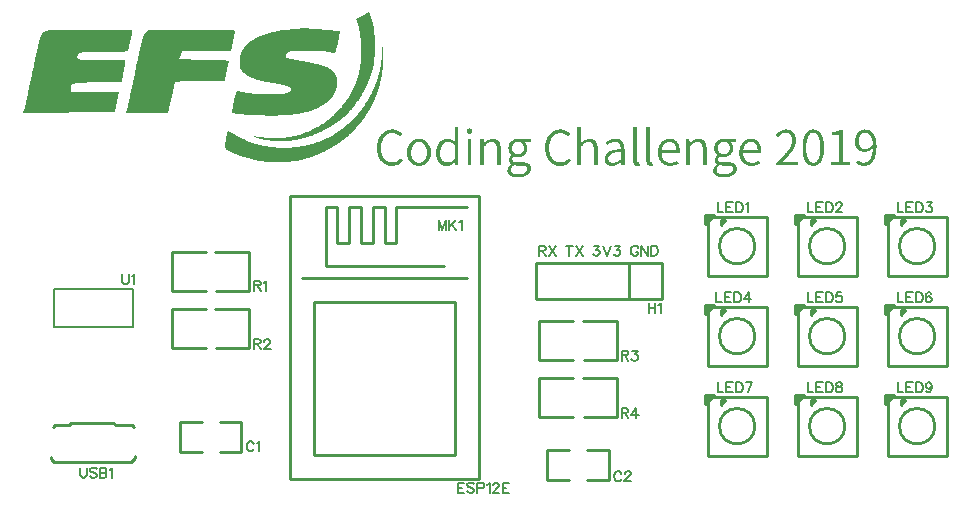
<source format=gto>
G04 Layer: TopSilkLayer*
G04 EasyEDA v6.2.46, 2019-10-20T21:32:37+02:00*
G04 834a42cca3a14e42ac95e9e37959655c,75269f13ecf445cbab963e2f909655d1,10*
G04 Gerber Generator version 0.2*
G04 Scale: 100 percent, Rotated: No, Reflected: No *
G04 Dimensions in inches *
G04 leading zeros omitted , absolute positions ,2 integer and 4 decimal *
%FSLAX24Y24*%
%MOIN*%
G90*
G70D02*

%ADD10C,0.010000*%
%ADD23C,0.007900*%
%ADD24C,0.010630*%
%ADD25C,0.007000*%

%LPD*%

%LPD*%
G36*
G01X6774Y17971D02*
G01X5946Y17971D01*
G01X5907Y17970D01*
G01X5792Y17970D01*
G01X5753Y17969D01*
G01X5603Y17969D01*
G01X5567Y17968D01*
G01X5494Y17968D01*
G01X5458Y17967D01*
G01X5353Y17967D01*
G01X5319Y17966D01*
G01X5285Y17966D01*
G01X5252Y17965D01*
G01X5187Y17965D01*
G01X5155Y17964D01*
G01X5123Y17964D01*
G01X5092Y17963D01*
G01X5032Y17963D01*
G01X5003Y17962D01*
G01X4975Y17962D01*
G01X4946Y17961D01*
G01X4919Y17961D01*
G01X4892Y17960D01*
G01X4866Y17960D01*
G01X4840Y17959D01*
G01X4791Y17959D01*
G01X4767Y17958D01*
G01X4744Y17957D01*
G01X4701Y17957D01*
G01X4680Y17956D01*
G01X4660Y17955D01*
G01X4641Y17955D01*
G01X4623Y17954D01*
G01X4605Y17954D01*
G01X4588Y17953D01*
G01X4573Y17953D01*
G01X4558Y17952D01*
G01X4544Y17952D01*
G01X4530Y17951D01*
G01X4518Y17951D01*
G01X4506Y17950D01*
G01X4496Y17950D01*
G01X4486Y17949D01*
G01X4478Y17948D01*
G01X4470Y17948D01*
G01X4463Y17947D01*
G01X4457Y17947D01*
G01X4453Y17946D01*
G01X4449Y17946D01*
G01X4446Y17945D01*
G01X4435Y17941D01*
G01X4423Y17936D01*
G01X4412Y17930D01*
G01X4401Y17922D01*
G01X4390Y17913D01*
G01X4379Y17903D01*
G01X4368Y17891D01*
G01X4357Y17878D01*
G01X4347Y17864D01*
G01X4336Y17849D01*
G01X4326Y17832D01*
G01X4316Y17814D01*
G01X4306Y17795D01*
G01X4296Y17775D01*
G01X4286Y17753D01*
G01X4276Y17730D01*
G01X4267Y17706D01*
G01X4257Y17680D01*
G01X4248Y17654D01*
G01X4230Y17598D01*
G01X4221Y17567D01*
G01X4213Y17536D01*
G01X4205Y17504D01*
G01X4196Y17470D01*
G01X4188Y17436D01*
G01X4180Y17400D01*
G01X4173Y17363D01*
G01X4166Y17328D01*
G01X4159Y17294D01*
G01X4152Y17261D01*
G01X4146Y17228D01*
G01X4139Y17196D01*
G01X4133Y17164D01*
G01X4126Y17133D01*
G01X4114Y17073D01*
G01X4108Y17044D01*
G01X4103Y17015D01*
G01X4091Y16959D01*
G01X4086Y16932D01*
G01X4080Y16905D01*
G01X4075Y16878D01*
G01X4069Y16852D01*
G01X4049Y16752D01*
G01X4039Y16704D01*
G01X4034Y16681D01*
G01X4029Y16657D01*
G01X4025Y16634D01*
G01X4020Y16612D01*
G01X4011Y16567D01*
G01X4001Y16523D01*
G01X3997Y16501D01*
G01X3992Y16480D01*
G01X3988Y16458D01*
G01X3984Y16437D01*
G01X3979Y16416D01*
G01X3975Y16394D01*
G01X3961Y16332D01*
G01X3957Y16311D01*
G01X3948Y16269D01*
G01X3943Y16248D01*
G01X3939Y16226D01*
G01X3930Y16184D01*
G01X3921Y16141D01*
G01X3911Y16098D01*
G01X3902Y16054D01*
G01X3897Y16032D01*
G01X3872Y15917D01*
G01X3867Y15893D01*
G01X3851Y15823D01*
G01X3844Y15788D01*
G01X3836Y15754D01*
G01X3829Y15721D01*
G01X3821Y15687D01*
G01X3807Y15623D01*
G01X3801Y15591D01*
G01X3794Y15561D01*
G01X3787Y15532D01*
G01X3781Y15504D01*
G01X3775Y15477D01*
G01X3769Y15451D01*
G01X3764Y15426D01*
G01X3754Y15382D01*
G01X3746Y15344D01*
G01X3739Y15314D01*
G01X3736Y15302D01*
G01X3734Y15292D01*
G01X3732Y15284D01*
G01X3709Y15184D01*
G01X5107Y15184D01*
G01X5203Y15616D01*
G01X5219Y15687D01*
G01X5226Y15722D01*
G01X5242Y15792D01*
G01X5256Y15858D01*
G01X5263Y15890D01*
G01X5270Y15921D01*
G01X5276Y15950D01*
G01X5283Y15978D01*
G01X5288Y16005D01*
G01X5294Y16030D01*
G01X5299Y16053D01*
G01X5303Y16075D01*
G01X5307Y16094D01*
G01X5311Y16111D01*
G01X5314Y16126D01*
G01X5317Y16138D01*
G01X5319Y16148D01*
G01X5320Y16156D01*
G01X5322Y16163D01*
G01X5324Y16171D01*
G01X5326Y16177D01*
G01X5328Y16184D01*
G01X5331Y16190D01*
G01X5339Y16200D01*
G01X5344Y16205D01*
G01X5350Y16209D01*
G01X5357Y16214D01*
G01X5365Y16217D01*
G01X5374Y16221D01*
G01X5384Y16224D01*
G01X5396Y16227D01*
G01X5409Y16230D01*
G01X5425Y16232D01*
G01X5442Y16235D01*
G01X5460Y16237D01*
G01X5481Y16238D01*
G01X5504Y16240D01*
G01X5529Y16241D01*
G01X5556Y16242D01*
G01X5586Y16244D01*
G01X5618Y16244D01*
G01X5653Y16245D01*
G01X5690Y16246D01*
G01X5774Y16246D01*
G01X5820Y16247D01*
G01X6996Y16247D01*
G01X7049Y16524D01*
G01X7059Y16582D01*
G01X7071Y16638D01*
G01X7076Y16665D01*
G01X7082Y16692D01*
G01X7087Y16718D01*
G01X7097Y16766D01*
G01X7102Y16788D01*
G01X7106Y16808D01*
G01X7110Y16826D01*
G01X7114Y16843D01*
G01X7117Y16857D01*
G01X7121Y16869D01*
G01X7123Y16878D01*
G01X7125Y16884D01*
G01X7126Y16889D01*
G01X7126Y16899D01*
G01X7125Y16904D01*
G01X7121Y16912D01*
G01X7113Y16920D01*
G01X7107Y16923D01*
G01X7100Y16927D01*
G01X7092Y16930D01*
G01X7082Y16932D01*
G01X7072Y16935D01*
G01X7059Y16938D01*
G01X7046Y16940D01*
G01X7030Y16942D01*
G01X7013Y16944D01*
G01X6994Y16946D01*
G01X6973Y16948D01*
G01X6950Y16950D01*
G01X6925Y16951D01*
G01X6897Y16953D01*
G01X6868Y16954D01*
G01X6836Y16955D01*
G01X6802Y16957D01*
G01X6766Y16958D01*
G01X6727Y16959D01*
G01X6686Y16960D01*
G01X6641Y16961D01*
G01X6594Y16962D01*
G01X6544Y16963D01*
G01X6492Y16964D01*
G01X6436Y16965D01*
G01X6377Y16965D01*
G01X6315Y16967D01*
G01X5485Y16978D01*
G01X5522Y17123D01*
G01X5559Y17267D01*
G01X7213Y17267D01*
G01X7265Y17553D01*
G01X7270Y17583D01*
G01X7282Y17641D01*
G01X7287Y17670D01*
G01X7293Y17698D01*
G01X7298Y17725D01*
G01X7304Y17751D01*
G01X7309Y17776D01*
G01X7315Y17799D01*
G01X7320Y17821D01*
G01X7325Y17841D01*
G01X7329Y17859D01*
G01X7333Y17875D01*
G01X7337Y17888D01*
G01X7340Y17899D01*
G01X7344Y17911D01*
G01X7345Y17913D01*
G01X7345Y17919D01*
G01X7344Y17922D01*
G01X7344Y17924D01*
G01X7342Y17927D01*
G01X7335Y17934D01*
G01X7332Y17936D01*
G01X7328Y17938D01*
G01X7318Y17942D01*
G01X7312Y17944D01*
G01X7305Y17945D01*
G01X7298Y17947D01*
G01X7290Y17949D01*
G01X7281Y17950D01*
G01X7271Y17952D01*
G01X7261Y17953D01*
G01X7250Y17955D01*
G01X7238Y17956D01*
G01X7225Y17957D01*
G01X7211Y17958D01*
G01X7196Y17959D01*
G01X7180Y17961D01*
G01X7163Y17961D01*
G01X7145Y17963D01*
G01X7126Y17963D01*
G01X7107Y17964D01*
G01X7063Y17966D01*
G01X7040Y17967D01*
G01X7015Y17967D01*
G01X6990Y17968D01*
G01X6963Y17968D01*
G01X6934Y17969D01*
G01X6874Y17969D01*
G01X6842Y17970D01*
G01X6809Y17970D01*
G01X6774Y17971D01*
G37*

%LPD*%
G36*
G01X3405Y17971D02*
G01X2836Y17971D01*
G01X2775Y17970D01*
G01X2648Y17970D01*
G01X2581Y17969D01*
G01X2397Y17969D01*
G01X2361Y17968D01*
G01X2289Y17968D01*
G01X2253Y17967D01*
G01X2148Y17967D01*
G01X2114Y17966D01*
G01X2046Y17966D01*
G01X2013Y17965D01*
G01X1948Y17965D01*
G01X1915Y17964D01*
G01X1884Y17964D01*
G01X1852Y17963D01*
G01X1791Y17963D01*
G01X1761Y17962D01*
G01X1732Y17962D01*
G01X1703Y17961D01*
G01X1674Y17961D01*
G01X1646Y17960D01*
G01X1619Y17960D01*
G01X1592Y17959D01*
G01X1566Y17959D01*
G01X1540Y17958D01*
G01X1515Y17958D01*
G01X1490Y17957D01*
G01X1467Y17957D01*
G01X1443Y17956D01*
G01X1421Y17956D01*
G01X1399Y17955D01*
G01X1378Y17955D01*
G01X1357Y17954D01*
G01X1338Y17954D01*
G01X1319Y17953D01*
G01X1300Y17953D01*
G01X1283Y17952D01*
G01X1266Y17952D01*
G01X1250Y17951D01*
G01X1235Y17951D01*
G01X1220Y17950D01*
G01X1207Y17949D01*
G01X1194Y17949D01*
G01X1182Y17948D01*
G01X1171Y17948D01*
G01X1161Y17947D01*
G01X1152Y17946D01*
G01X1136Y17946D01*
G01X1124Y17944D01*
G01X1120Y17944D01*
G01X1116Y17943D01*
G01X1084Y17937D01*
G01X1068Y17933D01*
G01X1053Y17929D01*
G01X1040Y17925D01*
G01X1026Y17921D01*
G01X1013Y17916D01*
G01X1001Y17911D01*
G01X989Y17905D01*
G01X956Y17884D01*
G01X946Y17875D01*
G01X926Y17855D01*
G01X917Y17844D01*
G01X908Y17831D01*
G01X900Y17818D01*
G01X891Y17803D01*
G01X883Y17787D01*
G01X875Y17770D01*
G01X866Y17752D01*
G01X858Y17732D01*
G01X850Y17711D01*
G01X842Y17688D01*
G01X826Y17638D01*
G01X818Y17610D01*
G01X810Y17580D01*
G01X801Y17549D01*
G01X793Y17516D01*
G01X784Y17481D01*
G01X775Y17444D01*
G01X766Y17405D01*
G01X756Y17364D01*
G01X746Y17320D01*
G01X736Y17275D01*
G01X726Y17227D01*
G01X715Y17177D01*
G01X703Y17124D01*
G01X698Y17098D01*
G01X692Y17073D01*
G01X687Y17048D01*
G01X682Y17024D01*
G01X676Y17001D01*
G01X671Y16978D01*
G01X667Y16955D01*
G01X662Y16934D01*
G01X657Y16912D01*
G01X653Y16891D01*
G01X648Y16871D01*
G01X644Y16850D01*
G01X640Y16830D01*
G01X631Y16791D01*
G01X627Y16771D01*
G01X623Y16753D01*
G01X591Y16601D01*
G01X586Y16582D01*
G01X570Y16502D01*
G01X565Y16481D01*
G01X557Y16439D01*
G01X547Y16395D01*
G01X542Y16372D01*
G01X538Y16348D01*
G01X532Y16325D01*
G01X522Y16275D01*
G01X517Y16249D01*
G01X505Y16195D01*
G01X500Y16167D01*
G01X493Y16138D01*
G01X487Y16108D01*
G01X481Y16077D01*
G01X474Y16045D01*
G01X460Y15979D01*
G01X453Y15944D01*
G01X446Y15908D01*
G01X438Y15871D01*
G01X430Y15833D01*
G01X422Y15794D01*
G01X413Y15753D01*
G01X407Y15721D01*
G01X393Y15659D01*
G01X386Y15627D01*
G01X380Y15597D01*
G01X373Y15567D01*
G01X367Y15537D01*
G01X361Y15509D01*
G01X354Y15481D01*
G01X348Y15455D01*
G01X342Y15430D01*
G01X337Y15405D01*
G01X332Y15383D01*
G01X326Y15362D01*
G01X317Y15325D01*
G01X313Y15310D01*
G01X310Y15296D01*
G01X307Y15285D01*
G01X304Y15276D01*
G01X275Y15183D01*
G01X3331Y15206D01*
G01X3405Y15550D01*
G01X3480Y15893D01*
G01X1864Y15893D01*
G01X1864Y15992D01*
G01X1865Y16006D01*
G01X1865Y16031D01*
G01X1866Y16043D01*
G01X1868Y16065D01*
G01X1870Y16075D01*
G01X1873Y16084D01*
G01X1875Y16093D01*
G01X1878Y16102D01*
G01X1883Y16110D01*
G01X1887Y16118D01*
G01X1899Y16132D01*
G01X1906Y16138D01*
G01X1914Y16144D01*
G01X1923Y16150D01*
G01X1934Y16155D01*
G01X1945Y16161D01*
G01X1957Y16165D01*
G01X1971Y16169D01*
G01X2001Y16177D01*
G01X2019Y16181D01*
G01X2038Y16184D01*
G01X2080Y16190D01*
G01X2104Y16192D01*
G01X2129Y16194D01*
G01X2156Y16196D01*
G01X2185Y16198D01*
G01X2215Y16200D01*
G01X2248Y16201D01*
G01X2282Y16203D01*
G01X2319Y16204D01*
G01X2357Y16205D01*
G01X2398Y16207D01*
G01X2440Y16208D01*
G01X2485Y16209D01*
G01X2532Y16210D01*
G01X2582Y16211D01*
G01X2634Y16211D01*
G01X2688Y16212D01*
G01X2745Y16213D01*
G01X3557Y16225D01*
G01X3607Y16469D01*
G01X3612Y16494D01*
G01X3617Y16520D01*
G01X3627Y16573D01*
G01X3632Y16600D01*
G01X3640Y16652D01*
G01X3644Y16677D01*
G01X3648Y16701D01*
G01X3651Y16725D01*
G01X3657Y16768D01*
G01X3659Y16787D01*
G01X3660Y16805D01*
G01X3661Y16821D01*
G01X3662Y16834D01*
G01X3666Y16956D01*
G01X2814Y16956D01*
G01X2756Y16957D01*
G01X2510Y16957D01*
G01X2469Y16958D01*
G01X2430Y16959D01*
G01X2394Y16960D01*
G01X2361Y16961D01*
G01X2329Y16962D01*
G01X2300Y16963D01*
G01X2273Y16965D01*
G01X2248Y16967D01*
G01X2225Y16969D01*
G01X2205Y16972D01*
G01X2186Y16975D01*
G01X2168Y16978D01*
G01X2153Y16982D01*
G01X2140Y16986D01*
G01X2128Y16990D01*
G01X2117Y16994D01*
G01X2108Y17000D01*
G01X2101Y17005D01*
G01X2094Y17011D01*
G01X2089Y17017D01*
G01X2086Y17024D01*
G01X2083Y17032D01*
G01X2081Y17048D01*
G01X2082Y17057D01*
G01X2083Y17067D01*
G01X2085Y17077D01*
G01X2088Y17088D01*
G01X2091Y17100D01*
G01X2095Y17112D01*
G01X2105Y17138D01*
G01X2110Y17152D01*
G01X2112Y17157D01*
G01X2115Y17162D01*
G01X2118Y17166D01*
G01X2122Y17171D01*
G01X2126Y17175D01*
G01X2132Y17178D01*
G01X2138Y17182D01*
G01X2145Y17185D01*
G01X2153Y17189D01*
G01X2161Y17192D01*
G01X2171Y17194D01*
G01X2182Y17197D01*
G01X2194Y17200D01*
G01X2208Y17202D01*
G01X2223Y17204D01*
G01X2239Y17206D01*
G01X2256Y17208D01*
G01X2276Y17210D01*
G01X2296Y17211D01*
G01X2318Y17213D01*
G01X2342Y17214D01*
G01X2368Y17215D01*
G01X2396Y17217D01*
G01X2425Y17217D01*
G01X2456Y17218D01*
G01X2490Y17219D01*
G01X2525Y17220D01*
G01X2563Y17220D01*
G01X2602Y17221D01*
G01X2688Y17221D01*
G01X2735Y17222D01*
G01X3045Y17222D01*
G01X3091Y17223D01*
G01X3219Y17223D01*
G01X3259Y17224D01*
G01X3296Y17225D01*
G01X3332Y17225D01*
G01X3366Y17226D01*
G01X3399Y17227D01*
G01X3430Y17227D01*
G01X3459Y17228D01*
G01X3487Y17229D01*
G01X3514Y17230D01*
G01X3539Y17232D01*
G01X3562Y17233D01*
G01X3584Y17234D01*
G01X3605Y17236D01*
G01X3624Y17237D01*
G01X3642Y17239D01*
G01X3659Y17241D01*
G01X3675Y17243D01*
G01X3689Y17245D01*
G01X3702Y17247D01*
G01X3714Y17249D01*
G01X3724Y17251D01*
G01X3734Y17254D01*
G01X3742Y17256D01*
G01X3750Y17259D01*
G01X3756Y17262D01*
G01X3761Y17265D01*
G01X3769Y17271D01*
G01X3771Y17274D01*
G01X3772Y17278D01*
G01X3775Y17287D01*
G01X3778Y17301D01*
G01X3782Y17318D01*
G01X3787Y17339D01*
G01X3792Y17363D01*
G01X3798Y17388D01*
G01X3805Y17417D01*
G01X3811Y17446D01*
G01X3819Y17478D01*
G01X3826Y17510D01*
G01X3833Y17543D01*
G01X3840Y17577D01*
G01X3848Y17611D01*
G01X3855Y17644D01*
G01X3863Y17678D01*
G01X3877Y17742D01*
G01X3884Y17772D01*
G01X3891Y17800D01*
G01X3897Y17826D01*
G01X3903Y17849D01*
G01X3907Y17869D01*
G01X3911Y17885D01*
G01X3915Y17898D01*
G01X3916Y17902D01*
G01X3917Y17909D01*
G01X3917Y17916D01*
G01X3914Y17925D01*
G01X3912Y17928D01*
G01X3909Y17931D01*
G01X3907Y17934D01*
G01X3903Y17936D01*
G01X3898Y17938D01*
G01X3894Y17941D01*
G01X3882Y17945D01*
G01X3866Y17949D01*
G01X3848Y17953D01*
G01X3837Y17954D01*
G01X3825Y17956D01*
G01X3812Y17957D01*
G01X3798Y17959D01*
G01X3784Y17960D01*
G01X3750Y17962D01*
G01X3732Y17963D01*
G01X3713Y17964D01*
G01X3692Y17965D01*
G01X3646Y17967D01*
G01X3621Y17967D01*
G01X3595Y17968D01*
G01X3567Y17969D01*
G01X3507Y17969D01*
G01X3474Y17970D01*
G01X3440Y17970D01*
G01X3405Y17971D01*
G37*

%LPD*%
G36*
G01X9670Y18014D02*
G01X9616Y18014D01*
G01X9605Y18013D01*
G01X9591Y18013D01*
G01X9575Y18011D01*
G01X9557Y18010D01*
G01X9537Y18009D01*
G01X9515Y18007D01*
G01X9492Y18005D01*
G01X9467Y18003D01*
G01X9440Y18001D01*
G01X9412Y17998D01*
G01X9384Y17996D01*
G01X9354Y17993D01*
G01X9323Y17990D01*
G01X9292Y17988D01*
G01X9260Y17984D01*
G01X9228Y17982D01*
G01X9195Y17978D01*
G01X9096Y17969D01*
G01X9063Y17965D01*
G01X9031Y17962D01*
G01X8967Y17954D01*
G01X8874Y17942D01*
G01X8813Y17932D01*
G01X8753Y17922D01*
G01X8724Y17916D01*
G01X8695Y17911D01*
G01X8667Y17905D01*
G01X8638Y17899D01*
G01X8610Y17893D01*
G01X8582Y17886D01*
G01X8555Y17880D01*
G01X8528Y17873D01*
G01X8501Y17867D01*
G01X8475Y17859D01*
G01X8423Y17845D01*
G01X8397Y17837D01*
G01X8347Y17821D01*
G01X8299Y17805D01*
G01X8275Y17796D01*
G01X8251Y17788D01*
G01X8205Y17770D01*
G01X8183Y17761D01*
G01X8161Y17751D01*
G01X8139Y17742D01*
G01X8117Y17732D01*
G01X8075Y17712D01*
G01X8055Y17702D01*
G01X8034Y17691D01*
G01X8015Y17680D01*
G01X7995Y17670D01*
G01X7957Y17648D01*
G01X7938Y17636D01*
G01X7920Y17625D01*
G01X7903Y17613D01*
G01X7885Y17601D01*
G01X7851Y17577D01*
G01X7835Y17565D01*
G01X7787Y17526D01*
G01X7757Y17500D01*
G01X7743Y17486D01*
G01X7729Y17473D01*
G01X7715Y17459D01*
G01X7676Y17417D01*
G01X7664Y17402D01*
G01X7652Y17388D01*
G01X7637Y17368D01*
G01X7609Y17330D01*
G01X7597Y17312D01*
G01X7575Y17276D01*
G01X7566Y17257D01*
G01X7557Y17239D01*
G01X7549Y17220D01*
G01X7542Y17201D01*
G01X7535Y17181D01*
G01X7530Y17161D01*
G01X7524Y17140D01*
G01X7519Y17117D01*
G01X7515Y17094D01*
G01X7511Y17069D01*
G01X7508Y17043D01*
G01X7505Y17015D01*
G01X7502Y16986D01*
G01X7500Y16955D01*
G01X7497Y16918D01*
G01X7495Y16884D01*
G01X7494Y16854D01*
G01X7492Y16827D01*
G01X7492Y16802D01*
G01X7493Y16779D01*
G01X7494Y16758D01*
G01X7497Y16739D01*
G01X7500Y16721D01*
G01X7505Y16705D01*
G01X7511Y16689D01*
G01X7527Y16659D01*
G01X7538Y16644D01*
G01X7550Y16629D01*
G01X7564Y16613D01*
G01X7580Y16596D01*
G01X7617Y16559D01*
G01X7639Y16538D01*
G01X7653Y16526D01*
G01X7666Y16514D01*
G01X7680Y16502D01*
G01X7695Y16490D01*
G01X7709Y16478D01*
G01X7725Y16467D01*
G01X7740Y16457D01*
G01X7772Y16435D01*
G01X7788Y16425D01*
G01X7805Y16415D01*
G01X7823Y16405D01*
G01X7840Y16396D01*
G01X7859Y16386D01*
G01X7877Y16377D01*
G01X7896Y16368D01*
G01X7916Y16359D01*
G01X7936Y16351D01*
G01X7957Y16342D01*
G01X7978Y16334D01*
G01X8022Y16318D01*
G01X8044Y16311D01*
G01X8068Y16303D01*
G01X8092Y16296D01*
G01X8116Y16288D01*
G01X8141Y16282D01*
G01X8219Y16261D01*
G01X8275Y16249D01*
G01X8304Y16243D01*
G01X8333Y16236D01*
G01X8363Y16231D01*
G01X8394Y16225D01*
G01X8426Y16219D01*
G01X8458Y16214D01*
G01X8491Y16208D01*
G01X8525Y16203D01*
G01X8573Y16195D01*
G01X8618Y16188D01*
G01X8662Y16180D01*
G01X8704Y16173D01*
G01X8744Y16166D01*
G01X8783Y16159D01*
G01X8819Y16152D01*
G01X8854Y16145D01*
G01X8887Y16138D01*
G01X8918Y16131D01*
G01X8948Y16124D01*
G01X8975Y16117D01*
G01X9001Y16111D01*
G01X9026Y16104D01*
G01X9048Y16097D01*
G01X9069Y16090D01*
G01X9089Y16083D01*
G01X9107Y16076D01*
G01X9123Y16069D01*
G01X9138Y16061D01*
G01X9151Y16054D01*
G01X9173Y16040D01*
G01X9181Y16032D01*
G01X9188Y16024D01*
G01X9194Y16017D01*
G01X9198Y16009D01*
G01X9201Y16001D01*
G01X9203Y15992D01*
G01X9203Y15984D01*
G01X9202Y15975D01*
G01X9200Y15966D01*
G01X9196Y15957D01*
G01X9184Y15939D01*
G01X9168Y15919D01*
G01X9158Y15909D01*
G01X9146Y15898D01*
G01X9134Y15888D01*
G01X9127Y15882D01*
G01X9119Y15877D01*
G01X9110Y15873D01*
G01X9100Y15868D01*
G01X9088Y15863D01*
G01X9076Y15859D01*
G01X9063Y15855D01*
G01X9033Y15847D01*
G01X9017Y15843D01*
G01X9000Y15840D01*
G01X8982Y15836D01*
G01X8963Y15834D01*
G01X8944Y15830D01*
G01X8923Y15828D01*
G01X8902Y15825D01*
G01X8858Y15821D01*
G01X8835Y15819D01*
G01X8787Y15815D01*
G01X8762Y15813D01*
G01X8684Y15810D01*
G01X8630Y15808D01*
G01X8602Y15808D01*
G01X8573Y15807D01*
G01X8457Y15807D01*
G01X8428Y15808D01*
G01X8398Y15809D01*
G01X8367Y15809D01*
G01X8307Y15811D01*
G01X8276Y15813D01*
G01X8245Y15814D01*
G01X8215Y15816D01*
G01X8184Y15817D01*
G01X8153Y15819D01*
G01X8123Y15821D01*
G01X8061Y15826D01*
G01X8031Y15829D01*
G01X7971Y15834D01*
G01X7940Y15838D01*
G01X7881Y15844D01*
G01X7823Y15851D01*
G01X7711Y15867D01*
G01X7684Y15872D01*
G01X7658Y15876D01*
G01X7632Y15881D01*
G01X7557Y15896D01*
G01X7534Y15901D01*
G01X7488Y15913D01*
G01X7467Y15918D01*
G01X7455Y15921D01*
G01X7444Y15923D01*
G01X7434Y15924D01*
G01X7424Y15923D01*
G01X7415Y15921D01*
G01X7407Y15917D01*
G01X7400Y15912D01*
G01X7392Y15904D01*
G01X7385Y15894D01*
G01X7378Y15881D01*
G01X7371Y15866D01*
G01X7364Y15848D01*
G01X7357Y15827D01*
G01X7350Y15803D01*
G01X7343Y15776D01*
G01X7335Y15744D01*
G01X7327Y15710D01*
G01X7318Y15671D01*
G01X7309Y15628D01*
G01X7299Y15581D01*
G01X7291Y15544D01*
G01X7284Y15508D01*
G01X7277Y15473D01*
G01X7270Y15440D01*
G01X7264Y15407D01*
G01X7259Y15376D01*
G01X7254Y15348D01*
G01X7249Y15321D01*
G01X7246Y15296D01*
G01X7242Y15274D01*
G01X7240Y15254D01*
G01X7238Y15238D01*
G01X7237Y15224D01*
G01X7237Y15206D01*
G01X7239Y15202D01*
G01X7242Y15200D01*
G01X7246Y15197D01*
G01X7252Y15194D01*
G01X7259Y15192D01*
G01X7268Y15189D01*
G01X7277Y15187D01*
G01X7288Y15184D01*
G01X7300Y15182D01*
G01X7326Y15176D01*
G01X7341Y15174D01*
G01X7357Y15171D01*
G01X7374Y15169D01*
G01X7392Y15166D01*
G01X7411Y15164D01*
G01X7430Y15161D01*
G01X7451Y15159D01*
G01X7472Y15156D01*
G01X7494Y15154D01*
G01X7517Y15152D01*
G01X7541Y15149D01*
G01X7565Y15147D01*
G01X7590Y15145D01*
G01X7615Y15142D01*
G01X7642Y15140D01*
G01X7668Y15138D01*
G01X7696Y15136D01*
G01X7723Y15134D01*
G01X7751Y15132D01*
G01X7809Y15128D01*
G01X7839Y15126D01*
G01X7869Y15125D01*
G01X7898Y15123D01*
G01X7929Y15121D01*
G01X7959Y15119D01*
G01X8021Y15117D01*
G01X8053Y15115D01*
G01X8115Y15113D01*
G01X8179Y15110D01*
G01X8210Y15109D01*
G01X8242Y15108D01*
G01X8273Y15107D01*
G01X8305Y15107D01*
G01X8367Y15105D01*
G01X8398Y15105D01*
G01X8429Y15104D01*
G01X8490Y15103D01*
G01X8636Y15103D01*
G01X8664Y15104D01*
G01X8691Y15104D01*
G01X8718Y15105D01*
G01X8744Y15105D01*
G01X8796Y15107D01*
G01X8830Y15108D01*
G01X8863Y15110D01*
G01X8896Y15111D01*
G01X8929Y15113D01*
G01X8961Y15115D01*
G01X8994Y15117D01*
G01X9056Y15121D01*
G01X9086Y15123D01*
G01X9117Y15126D01*
G01X9146Y15128D01*
G01X9176Y15130D01*
G01X9204Y15133D01*
G01X9233Y15136D01*
G01X9289Y15142D01*
G01X9316Y15146D01*
G01X9343Y15149D01*
G01X9370Y15153D01*
G01X9396Y15157D01*
G01X9422Y15160D01*
G01X9448Y15164D01*
G01X9473Y15169D01*
G01X9498Y15173D01*
G01X9522Y15177D01*
G01X9547Y15182D01*
G01X9571Y15187D01*
G01X9594Y15192D01*
G01X9618Y15197D01*
G01X9664Y15207D01*
G01X9709Y15219D01*
G01X9731Y15225D01*
G01X9752Y15230D01*
G01X9774Y15237D01*
G01X9795Y15243D01*
G01X9837Y15257D01*
G01X9858Y15263D01*
G01X9878Y15271D01*
G01X9918Y15285D01*
G01X9958Y15301D01*
G01X9977Y15309D01*
G01X9997Y15317D01*
G01X10016Y15325D01*
G01X10035Y15334D01*
G01X10054Y15342D01*
G01X10072Y15351D01*
G01X10091Y15361D01*
G01X10109Y15370D01*
G01X10128Y15380D01*
G01X10146Y15389D01*
G01X10182Y15409D01*
G01X10200Y15420D01*
G01X10218Y15430D01*
G01X10235Y15441D01*
G01X10271Y15463D01*
G01X10288Y15475D01*
G01X10306Y15486D01*
G01X10328Y15502D01*
G01X10351Y15519D01*
G01X10373Y15535D01*
G01X10415Y15569D01*
G01X10455Y15605D01*
G01X10474Y15623D01*
G01X10493Y15642D01*
G01X10510Y15661D01*
G01X10528Y15680D01*
G01X10544Y15700D01*
G01X10560Y15719D01*
G01X10576Y15739D01*
G01X10590Y15759D01*
G01X10605Y15780D01*
G01X10618Y15801D01*
G01X10631Y15821D01*
G01X10643Y15843D01*
G01X10654Y15864D01*
G01X10665Y15886D01*
G01X10675Y15907D01*
G01X10685Y15929D01*
G01X10693Y15951D01*
G01X10702Y15974D01*
G01X10709Y15996D01*
G01X10716Y16019D01*
G01X10722Y16042D01*
G01X10732Y16088D01*
G01X10736Y16111D01*
G01X10739Y16134D01*
G01X10742Y16158D01*
G01X10744Y16181D01*
G01X10745Y16205D01*
G01X10745Y16247D01*
G01X10744Y16266D01*
G01X10743Y16284D01*
G01X10742Y16301D01*
G01X10739Y16319D01*
G01X10737Y16336D01*
G01X10734Y16353D01*
G01X10731Y16369D01*
G01X10727Y16385D01*
G01X10722Y16401D01*
G01X10717Y16416D01*
G01X10705Y16446D01*
G01X10698Y16461D01*
G01X10684Y16489D01*
G01X10675Y16503D01*
G01X10666Y16516D01*
G01X10656Y16529D01*
G01X10647Y16542D01*
G01X10636Y16555D01*
G01X10624Y16567D01*
G01X10612Y16580D01*
G01X10600Y16591D01*
G01X10572Y16615D01*
G01X10542Y16637D01*
G01X10526Y16648D01*
G01X10509Y16659D01*
G01X10492Y16669D01*
G01X10473Y16679D01*
G01X10455Y16689D01*
G01X10415Y16709D01*
G01X10393Y16719D01*
G01X10372Y16728D01*
G01X10326Y16746D01*
G01X10276Y16764D01*
G01X10224Y16782D01*
G01X10168Y16798D01*
G01X10139Y16807D01*
G01X10109Y16815D01*
G01X10077Y16823D01*
G01X10046Y16831D01*
G01X10013Y16839D01*
G01X9980Y16846D01*
G01X9910Y16862D01*
G01X9873Y16869D01*
G01X9836Y16877D01*
G01X9798Y16884D01*
G01X9759Y16892D01*
G01X9719Y16899D01*
G01X9678Y16907D01*
G01X9636Y16914D01*
G01X9599Y16920D01*
G01X9563Y16927D01*
G01X9493Y16939D01*
G01X9459Y16945D01*
G01X9393Y16957D01*
G01X9362Y16963D01*
G01X9332Y16969D01*
G01X9303Y16975D01*
G01X9275Y16980D01*
G01X9248Y16985D01*
G01X9223Y16990D01*
G01X9200Y16995D01*
G01X9178Y17000D01*
G01X9157Y17004D01*
G01X9139Y17008D01*
G01X9122Y17012D01*
G01X9107Y17015D01*
G01X9095Y17019D01*
G01X9084Y17021D01*
G01X9076Y17024D01*
G01X9070Y17026D01*
G01X9066Y17028D01*
G01X9051Y17040D01*
G01X9041Y17053D01*
G01X9034Y17069D01*
G01X9030Y17086D01*
G01X9031Y17105D01*
G01X9035Y17123D01*
G01X9042Y17142D01*
G01X9052Y17161D01*
G01X9066Y17179D01*
G01X9082Y17196D01*
G01X9102Y17211D01*
G01X9124Y17225D01*
G01X9131Y17228D01*
G01X9139Y17232D01*
G01X9149Y17234D01*
G01X9161Y17238D01*
G01X9173Y17240D01*
G01X9188Y17243D01*
G01X9203Y17245D01*
G01X9220Y17248D01*
G01X9238Y17250D01*
G01X9278Y17254D01*
G01X9299Y17256D01*
G01X9322Y17258D01*
G01X9345Y17259D01*
G01X9369Y17261D01*
G01X9394Y17263D01*
G01X9446Y17265D01*
G01X9530Y17268D01*
G01X9559Y17269D01*
G01X9588Y17269D01*
G01X9618Y17270D01*
G01X9678Y17270D01*
G01X9709Y17271D01*
G01X9739Y17271D01*
G01X9802Y17270D01*
G01X9864Y17269D01*
G01X9894Y17269D01*
G01X9956Y17267D01*
G01X10046Y17264D01*
G01X10075Y17263D01*
G01X10104Y17261D01*
G01X10132Y17260D01*
G01X10160Y17258D01*
G01X10187Y17257D01*
G01X10214Y17255D01*
G01X10264Y17251D01*
G01X10289Y17248D01*
G01X10312Y17246D01*
G01X10334Y17244D01*
G01X10356Y17241D01*
G01X10376Y17238D01*
G01X10395Y17236D01*
G01X10413Y17233D01*
G01X10430Y17230D01*
G01X10445Y17227D01*
G01X10459Y17223D01*
G01X10495Y17215D01*
G01X10530Y17206D01*
G01X10562Y17199D01*
G01X10591Y17192D01*
G01X10617Y17187D01*
G01X10638Y17183D01*
G01X10653Y17180D01*
G01X10662Y17179D01*
G01X10665Y17181D01*
G01X10669Y17187D01*
G01X10673Y17196D01*
G01X10678Y17209D01*
G01X10684Y17225D01*
G01X10690Y17244D01*
G01X10697Y17265D01*
G01X10703Y17289D01*
G01X10710Y17315D01*
G01X10718Y17343D01*
G01X10726Y17372D01*
G01X10733Y17403D01*
G01X10749Y17467D01*
G01X10757Y17501D01*
G01X10772Y17568D01*
G01X10793Y17667D01*
G01X10799Y17698D01*
G01X10805Y17728D01*
G01X10810Y17757D01*
G01X10815Y17784D01*
G01X10819Y17809D01*
G01X10823Y17832D01*
G01X10826Y17852D01*
G01X10827Y17869D01*
G01X10829Y17884D01*
G01X10829Y17896D01*
G01X10828Y17903D01*
G01X10826Y17908D01*
G01X10824Y17909D01*
G01X10818Y17911D01*
G01X10811Y17913D01*
G01X10801Y17915D01*
G01X10788Y17917D01*
G01X10774Y17919D01*
G01X10757Y17921D01*
G01X10739Y17923D01*
G01X10719Y17926D01*
G01X10697Y17929D01*
G01X10673Y17932D01*
G01X10648Y17934D01*
G01X10622Y17937D01*
G01X10594Y17940D01*
G01X10565Y17943D01*
G01X10535Y17946D01*
G01X10504Y17950D01*
G01X10472Y17953D01*
G01X10406Y17959D01*
G01X10372Y17962D01*
G01X10337Y17965D01*
G01X10302Y17969D01*
G01X10197Y17978D01*
G01X10161Y17980D01*
G01X10126Y17984D01*
G01X10091Y17986D01*
G01X10023Y17992D01*
G01X9989Y17994D01*
G01X9956Y17997D01*
G01X9925Y17999D01*
G01X9893Y18001D01*
G01X9863Y18003D01*
G01X9834Y18005D01*
G01X9806Y18007D01*
G01X9780Y18009D01*
G01X9755Y18010D01*
G01X9731Y18011D01*
G01X9709Y18012D01*
G01X9689Y18013D01*
G01X9670Y18014D01*
G37*

%LPD*%
G36*
G01X11809Y18547D02*
G01X11805Y18550D01*
G01X11790Y18545D01*
G01X11778Y18540D01*
G01X11763Y18534D01*
G01X11745Y18526D01*
G01X11725Y18516D01*
G01X11703Y18506D01*
G01X11679Y18494D01*
G01X11654Y18481D01*
G01X11627Y18468D01*
G01X11600Y18454D01*
G01X11571Y18439D01*
G01X11364Y18330D01*
G01X11429Y18146D01*
G01X11435Y18127D01*
G01X11442Y18107D01*
G01X11454Y18067D01*
G01X11460Y18046D01*
G01X11465Y18025D01*
G01X11471Y18004D01*
G01X11476Y17982D01*
G01X11481Y17959D01*
G01X11486Y17937D01*
G01X11490Y17914D01*
G01X11495Y17891D01*
G01X11499Y17868D01*
G01X11511Y17796D01*
G01X11514Y17771D01*
G01X11518Y17746D01*
G01X11527Y17671D01*
G01X11529Y17645D01*
G01X11532Y17619D01*
G01X11538Y17541D01*
G01X11539Y17515D01*
G01X11541Y17488D01*
G01X11546Y17353D01*
G01X11546Y17218D01*
G01X11545Y17190D01*
G01X11541Y17082D01*
G01X11539Y17055D01*
G01X11538Y17028D01*
G01X11536Y17001D01*
G01X11531Y16947D01*
G01X11529Y16920D01*
G01X11526Y16894D01*
G01X11523Y16867D01*
G01X11521Y16841D01*
G01X11517Y16815D01*
G01X11514Y16789D01*
G01X11510Y16763D01*
G01X11507Y16738D01*
G01X11503Y16712D01*
G01X11499Y16687D01*
G01X11494Y16662D01*
G01X11490Y16637D01*
G01X11485Y16613D01*
G01X11481Y16588D01*
G01X11476Y16565D01*
G01X11470Y16541D01*
G01X11465Y16517D01*
G01X11459Y16494D01*
G01X11453Y16472D01*
G01X11447Y16449D01*
G01X11442Y16427D01*
G01X11435Y16405D01*
G01X11429Y16384D01*
G01X11422Y16363D01*
G01X11414Y16340D01*
G01X11399Y16295D01*
G01X11391Y16273D01*
G01X11383Y16250D01*
G01X11374Y16228D01*
G01X11357Y16184D01*
G01X11348Y16161D01*
G01X11339Y16140D01*
G01X11330Y16118D01*
G01X11320Y16096D01*
G01X11311Y16075D01*
G01X11301Y16053D01*
G01X11281Y16011D01*
G01X11271Y15989D01*
G01X11260Y15968D01*
G01X11250Y15947D01*
G01X11228Y15905D01*
G01X11217Y15885D01*
G01X11206Y15864D01*
G01X11194Y15844D01*
G01X11182Y15823D01*
G01X11159Y15783D01*
G01X11135Y15743D01*
G01X11122Y15723D01*
G01X11097Y15684D01*
G01X11084Y15664D01*
G01X11032Y15588D01*
G01X11005Y15550D01*
G01X10990Y15531D01*
G01X10977Y15513D01*
G01X10963Y15494D01*
G01X10948Y15476D01*
G01X10934Y15458D01*
G01X10919Y15440D01*
G01X10905Y15421D01*
G01X10890Y15404D01*
G01X10860Y15369D01*
G01X10845Y15351D01*
G01X10829Y15334D01*
G01X10814Y15316D01*
G01X10782Y15282D01*
G01X10767Y15265D01*
G01X10751Y15249D01*
G01X10735Y15232D01*
G01X10718Y15216D01*
G01X10669Y15167D01*
G01X10652Y15151D01*
G01X10635Y15136D01*
G01X10601Y15104D01*
G01X10550Y15059D01*
G01X10514Y15029D01*
G01X10479Y15000D01*
G01X10443Y14971D01*
G01X10425Y14957D01*
G01X10406Y14943D01*
G01X10369Y14915D01*
G01X10351Y14901D01*
G01X10256Y14836D01*
G01X10218Y14811D01*
G01X10198Y14798D01*
G01X10179Y14786D01*
G01X10139Y14762D01*
G01X10100Y14739D01*
G01X10080Y14727D01*
G01X10020Y14694D01*
G01X9999Y14683D01*
G01X9979Y14673D01*
G01X9959Y14662D01*
G01X9938Y14651D01*
G01X9918Y14641D01*
G01X9876Y14621D01*
G01X9855Y14612D01*
G01X9834Y14602D01*
G01X9750Y14566D01*
G01X9728Y14557D01*
G01X9707Y14548D01*
G01X9686Y14540D01*
G01X9664Y14532D01*
G01X9621Y14516D01*
G01X9600Y14508D01*
G01X9578Y14501D01*
G01X9556Y14493D01*
G01X9490Y14472D01*
G01X9468Y14466D01*
G01X9424Y14453D01*
G01X9401Y14447D01*
G01X9357Y14435D01*
G01X9334Y14430D01*
G01X9312Y14424D01*
G01X9290Y14419D01*
G01X9244Y14409D01*
G01X9199Y14400D01*
G01X9176Y14396D01*
G01X9154Y14391D01*
G01X9131Y14387D01*
G01X9085Y14380D01*
G01X9062Y14377D01*
G01X9039Y14373D01*
G01X9016Y14371D01*
G01X8970Y14365D01*
G01X8947Y14363D01*
G01X8924Y14360D01*
G01X8901Y14358D01*
G01X8878Y14357D01*
G01X8854Y14355D01*
G01X8831Y14353D01*
G01X8808Y14352D01*
G01X8784Y14351D01*
G01X8738Y14350D01*
G01X8691Y14349D01*
G01X8621Y14349D01*
G01X8597Y14350D01*
G01X8550Y14351D01*
G01X8526Y14353D01*
G01X8503Y14354D01*
G01X8472Y14356D01*
G01X8411Y14360D01*
G01X8380Y14363D01*
G01X8351Y14365D01*
G01X8321Y14368D01*
G01X8265Y14374D01*
G01X8213Y14380D01*
G01X8188Y14383D01*
G01X8165Y14386D01*
G01X8123Y14392D01*
G01X8105Y14396D01*
G01X8088Y14398D01*
G01X8073Y14401D01*
G01X8060Y14405D01*
G01X8050Y14407D01*
G01X8005Y14422D01*
G01X7986Y14424D01*
G01X7983Y14417D01*
G01X7997Y14399D01*
G01X8004Y14393D01*
G01X8012Y14387D01*
G01X8034Y14376D01*
G01X8047Y14370D01*
G01X8062Y14364D01*
G01X8078Y14358D01*
G01X8096Y14353D01*
G01X8115Y14347D01*
G01X8135Y14341D01*
G01X8156Y14336D01*
G01X8179Y14330D01*
G01X8202Y14325D01*
G01X8227Y14319D01*
G01X8252Y14315D01*
G01X8279Y14309D01*
G01X8306Y14305D01*
G01X8334Y14300D01*
G01X8362Y14296D01*
G01X8391Y14291D01*
G01X8481Y14279D01*
G01X8512Y14276D01*
G01X8543Y14272D01*
G01X8575Y14269D01*
G01X8606Y14266D01*
G01X8638Y14264D01*
G01X8669Y14261D01*
G01X8701Y14259D01*
G01X8732Y14257D01*
G01X8764Y14256D01*
G01X8826Y14254D01*
G01X8856Y14253D01*
G01X8910Y14253D01*
G01X8959Y14254D01*
G01X9055Y14258D01*
G01X9175Y14268D01*
G01X9199Y14271D01*
G01X9223Y14273D01*
G01X9247Y14276D01*
G01X9295Y14283D01*
G01X9391Y14299D01*
G01X9415Y14304D01*
G01X9439Y14308D01*
G01X9463Y14313D01*
G01X9487Y14319D01*
G01X9535Y14329D01*
G01X9607Y14347D01*
G01X9655Y14361D01*
G01X9679Y14367D01*
G01X9727Y14382D01*
G01X9751Y14389D01*
G01X9823Y14413D01*
G01X9848Y14421D01*
G01X9896Y14439D01*
G01X9921Y14448D01*
G01X9945Y14457D01*
G01X9993Y14476D01*
G01X10018Y14486D01*
G01X10042Y14497D01*
G01X10067Y14507D01*
G01X10091Y14518D01*
G01X10116Y14528D01*
G01X10140Y14540D01*
G01X10190Y14562D01*
G01X10239Y14586D01*
G01X10261Y14597D01*
G01X10284Y14608D01*
G01X10327Y14630D01*
G01X10348Y14641D01*
G01X10391Y14665D01*
G01X10413Y14676D01*
G01X10455Y14700D01*
G01X10475Y14712D01*
G01X10496Y14724D01*
G01X10537Y14749D01*
G01X10597Y14788D01*
G01X10617Y14800D01*
G01X10637Y14813D01*
G01X10656Y14827D01*
G01X10676Y14840D01*
G01X10695Y14854D01*
G01X10714Y14867D01*
G01X10734Y14881D01*
G01X10752Y14895D01*
G01X10772Y14909D01*
G01X10809Y14937D01*
G01X10827Y14952D01*
G01X10846Y14966D01*
G01X10918Y15026D01*
G01X10953Y15056D01*
G01X10970Y15071D01*
G01X10988Y15087D01*
G01X11022Y15119D01*
G01X11039Y15134D01*
G01X11055Y15151D01*
G01X11089Y15183D01*
G01X11105Y15200D01*
G01X11121Y15216D01*
G01X11185Y15284D01*
G01X11200Y15301D01*
G01X11231Y15336D01*
G01X11246Y15353D01*
G01X11321Y15443D01*
G01X11335Y15461D01*
G01X11349Y15480D01*
G01X11363Y15498D01*
G01X11419Y15574D01*
G01X11432Y15593D01*
G01X11459Y15632D01*
G01X11472Y15652D01*
G01X11498Y15691D01*
G01X11510Y15711D01*
G01X11536Y15752D01*
G01X11548Y15772D01*
G01X11560Y15793D01*
G01X11572Y15813D01*
G01X11608Y15876D01*
G01X11619Y15897D01*
G01X11631Y15918D01*
G01X11642Y15940D01*
G01X11653Y15961D01*
G01X11675Y16005D01*
G01X11686Y16026D01*
G01X11697Y16048D01*
G01X11718Y16093D01*
G01X11728Y16115D01*
G01X11748Y16161D01*
G01X11758Y16183D01*
G01X11768Y16206D01*
G01X11777Y16229D01*
G01X11796Y16276D01*
G01X11805Y16299D01*
G01X11814Y16323D01*
G01X11823Y16346D01*
G01X11850Y16418D01*
G01X11858Y16442D01*
G01X11874Y16491D01*
G01X11882Y16516D01*
G01X11898Y16564D01*
G01X11905Y16587D01*
G01X11912Y16609D01*
G01X11924Y16653D01*
G01X11930Y16674D01*
G01X11935Y16695D01*
G01X11940Y16715D01*
G01X11945Y16736D01*
G01X11950Y16756D01*
G01X11954Y16777D01*
G01X11958Y16797D01*
G01X11962Y16818D01*
G01X11965Y16838D01*
G01X11968Y16859D01*
G01X11972Y16881D01*
G01X11974Y16903D01*
G01X11977Y16925D01*
G01X11981Y16971D01*
G01X11983Y16995D01*
G01X11985Y17020D01*
G01X11986Y17046D01*
G01X11988Y17072D01*
G01X11989Y17099D01*
G01X11991Y17157D01*
G01X11992Y17188D01*
G01X11993Y17220D01*
G01X11993Y17253D01*
G01X11994Y17287D01*
G01X11994Y17323D01*
G01X11995Y17361D01*
G01X11995Y17562D01*
G01X11994Y17592D01*
G01X11994Y17621D01*
G01X11993Y17650D01*
G01X11991Y17704D01*
G01X11989Y17756D01*
G01X11988Y17781D01*
G01X11986Y17805D01*
G01X11985Y17830D01*
G01X11981Y17876D01*
G01X11975Y17942D01*
G01X11972Y17963D01*
G01X11970Y17983D01*
G01X11967Y18004D01*
G01X11961Y18044D01*
G01X11957Y18063D01*
G01X11954Y18083D01*
G01X11951Y18102D01*
G01X11939Y18159D01*
G01X11934Y18178D01*
G01X11930Y18196D01*
G01X11915Y18253D01*
G01X11903Y18293D01*
G01X11892Y18332D01*
G01X11880Y18369D01*
G01X11869Y18403D01*
G01X11858Y18435D01*
G01X11848Y18463D01*
G01X11838Y18488D01*
G01X11830Y18510D01*
G01X11822Y18527D01*
G01X11815Y18540D01*
G01X11809Y18547D01*
G37*

%LPD*%
G36*
G01X12258Y17421D02*
G01X12257Y17422D01*
G01X12256Y17419D01*
G01X12255Y17414D01*
G01X12254Y17406D01*
G01X12253Y17396D01*
G01X12252Y17382D01*
G01X12252Y17366D01*
G01X12251Y17348D01*
G01X12250Y17327D01*
G01X12249Y17303D01*
G01X12245Y17203D01*
G01X12243Y17178D01*
G01X12242Y17153D01*
G01X12239Y17128D01*
G01X12238Y17103D01*
G01X12235Y17078D01*
G01X12233Y17054D01*
G01X12227Y17004D01*
G01X12225Y16980D01*
G01X12218Y16930D01*
G01X12215Y16906D01*
G01X12211Y16881D01*
G01X12204Y16832D01*
G01X12200Y16808D01*
G01X12195Y16784D01*
G01X12191Y16760D01*
G01X12186Y16735D01*
G01X12182Y16711D01*
G01X12167Y16639D01*
G01X12161Y16615D01*
G01X12156Y16591D01*
G01X12150Y16567D01*
G01X12144Y16544D01*
G01X12132Y16496D01*
G01X12126Y16473D01*
G01X12119Y16449D01*
G01X12112Y16426D01*
G01X12106Y16402D01*
G01X12098Y16379D01*
G01X12091Y16355D01*
G01X12084Y16332D01*
G01X12069Y16286D01*
G01X12029Y16171D01*
G01X12020Y16148D01*
G01X12002Y16103D01*
G01X11993Y16081D01*
G01X11975Y16036D01*
G01X11966Y16014D01*
G01X11906Y15882D01*
G01X11895Y15861D01*
G01X11885Y15839D01*
G01X11874Y15817D01*
G01X11852Y15775D01*
G01X11840Y15753D01*
G01X11818Y15711D01*
G01X11794Y15669D01*
G01X11782Y15649D01*
G01X11770Y15628D01*
G01X11757Y15607D01*
G01X11745Y15587D01*
G01X11732Y15567D01*
G01X11720Y15546D01*
G01X11668Y15466D01*
G01X11654Y15447D01*
G01X11641Y15427D01*
G01X11627Y15407D01*
G01X11585Y15350D01*
G01X11571Y15330D01*
G01X11556Y15311D01*
G01X11542Y15292D01*
G01X11527Y15274D01*
G01X11497Y15236D01*
G01X11452Y15182D01*
G01X11436Y15163D01*
G01X11421Y15146D01*
G01X11373Y15092D01*
G01X11356Y15073D01*
G01X11338Y15055D01*
G01X11303Y15018D01*
G01X11267Y14982D01*
G01X11250Y14964D01*
G01X11231Y14946D01*
G01X11214Y14929D01*
G01X11195Y14912D01*
G01X11177Y14894D01*
G01X11159Y14878D01*
G01X11140Y14861D01*
G01X11122Y14844D01*
G01X11104Y14828D01*
G01X11085Y14811D01*
G01X11066Y14795D01*
G01X11048Y14779D01*
G01X11029Y14763D01*
G01X11010Y14748D01*
G01X10991Y14732D01*
G01X10934Y14687D01*
G01X10914Y14672D01*
G01X10876Y14643D01*
G01X10836Y14615D01*
G01X10817Y14601D01*
G01X10777Y14573D01*
G01X10757Y14560D01*
G01X10717Y14533D01*
G01X10697Y14520D01*
G01X10677Y14508D01*
G01X10657Y14495D01*
G01X10636Y14482D01*
G01X10596Y14458D01*
G01X10554Y14434D01*
G01X10534Y14423D01*
G01X10492Y14400D01*
G01X10429Y14367D01*
G01X10408Y14357D01*
G01X10386Y14346D01*
G01X10365Y14336D01*
G01X10322Y14316D01*
G01X10279Y14297D01*
G01X10257Y14288D01*
G01X10214Y14269D01*
G01X10170Y14251D01*
G01X10126Y14235D01*
G01X10104Y14226D01*
G01X10081Y14219D01*
G01X10059Y14211D01*
G01X10014Y14195D01*
G01X9992Y14188D01*
G01X9923Y14167D01*
G01X9878Y14154D01*
G01X9855Y14147D01*
G01X9809Y14135D01*
G01X9715Y14113D01*
G01X9692Y14108D01*
G01X9668Y14103D01*
G01X9645Y14098D01*
G01X9621Y14094D01*
G01X9597Y14089D01*
G01X9574Y14085D01*
G01X9550Y14080D01*
G01X9502Y14073D01*
G01X9478Y14069D01*
G01X9380Y14057D01*
G01X9332Y14051D01*
G01X9282Y14047D01*
G01X9258Y14044D01*
G01X9158Y14038D01*
G01X9083Y14035D01*
G01X9057Y14034D01*
G01X9032Y14034D01*
G01X8981Y14033D01*
G01X8956Y14033D01*
G01X8929Y14034D01*
G01X8875Y14034D01*
G01X8823Y14036D01*
G01X8796Y14037D01*
G01X8744Y14039D01*
G01X8693Y14042D01*
G01X8668Y14044D01*
G01X8642Y14046D01*
G01X8617Y14049D01*
G01X8592Y14051D01*
G01X8543Y14056D01*
G01X8518Y14059D01*
G01X8494Y14062D01*
G01X8445Y14069D01*
G01X8421Y14073D01*
G01X8396Y14076D01*
G01X8373Y14080D01*
G01X8349Y14084D01*
G01X8325Y14089D01*
G01X8278Y14098D01*
G01X8254Y14103D01*
G01X8231Y14108D01*
G01X8207Y14113D01*
G01X8161Y14125D01*
G01X8138Y14130D01*
G01X8092Y14142D01*
G01X8069Y14149D01*
G01X8047Y14155D01*
G01X8001Y14169D01*
G01X7979Y14176D01*
G01X7956Y14184D01*
G01X7911Y14199D01*
G01X7867Y14215D01*
G01X7844Y14223D01*
G01X7734Y14268D01*
G01X7711Y14278D01*
G01X7689Y14287D01*
G01X7645Y14307D01*
G01X7601Y14328D01*
G01X7557Y14350D01*
G01X7536Y14361D01*
G01X7492Y14384D01*
G01X7469Y14396D01*
G01X7448Y14408D01*
G01X7404Y14432D01*
G01X7382Y14445D01*
G01X7327Y14477D01*
G01X7295Y14495D01*
G01X7265Y14512D01*
G01X7236Y14527D01*
G01X7209Y14541D01*
G01X7184Y14554D01*
G01X7162Y14564D01*
G01X7143Y14573D01*
G01X7127Y14579D01*
G01X7115Y14583D01*
G01X7106Y14585D01*
G01X7102Y14584D01*
G01X7099Y14580D01*
G01X7096Y14570D01*
G01X7091Y14557D01*
G01X7086Y14540D01*
G01X7080Y14519D01*
G01X7074Y14494D01*
G01X7068Y14467D01*
G01X7061Y14438D01*
G01X7053Y14406D01*
G01X7046Y14372D01*
G01X7038Y14337D01*
G01X7030Y14301D01*
G01X7023Y14265D01*
G01X7016Y14231D01*
G01X7010Y14201D01*
G01X7005Y14173D01*
G01X7001Y14148D01*
G01X6999Y14125D01*
G01X6998Y14103D01*
G01X6997Y14084D01*
G01X6999Y14066D01*
G01X7002Y14050D01*
G01X7007Y14035D01*
G01X7013Y14021D01*
G01X7021Y14008D01*
G01X7032Y13995D01*
G01X7045Y13983D01*
G01X7059Y13971D01*
G01X7077Y13960D01*
G01X7096Y13948D01*
G01X7119Y13936D01*
G01X7144Y13923D01*
G01X7171Y13910D01*
G01X7201Y13896D01*
G01X7235Y13881D01*
G01X7272Y13864D01*
G01X7294Y13854D01*
G01X7340Y13834D01*
G01X7386Y13815D01*
G01X7431Y13797D01*
G01X7500Y13770D01*
G01X7523Y13762D01*
G01X7568Y13745D01*
G01X7591Y13737D01*
G01X7614Y13730D01*
G01X7637Y13722D01*
G01X7660Y13715D01*
G01X7683Y13707D01*
G01X7729Y13693D01*
G01X7751Y13686D01*
G01X7775Y13680D01*
G01X7798Y13673D01*
G01X7890Y13649D01*
G01X7913Y13644D01*
G01X7959Y13633D01*
G01X7982Y13628D01*
G01X8006Y13623D01*
G01X8029Y13618D01*
G01X8053Y13613D01*
G01X8099Y13605D01*
G01X8123Y13600D01*
G01X8146Y13596D01*
G01X8170Y13592D01*
G01X8193Y13589D01*
G01X8217Y13586D01*
G01X8240Y13582D01*
G01X8312Y13573D01*
G01X8336Y13571D01*
G01X8359Y13568D01*
G01X8383Y13566D01*
G01X8407Y13563D01*
G01X8432Y13561D01*
G01X8455Y13559D01*
G01X8504Y13556D01*
G01X8528Y13555D01*
G01X8553Y13554D01*
G01X8601Y13552D01*
G01X8626Y13551D01*
G01X8651Y13551D01*
G01X8675Y13550D01*
G01X8800Y13550D01*
G01X8825Y13551D01*
G01X8850Y13551D01*
G01X8875Y13553D01*
G01X8901Y13553D01*
G01X8926Y13555D01*
G01X8977Y13557D01*
G01X9006Y13559D01*
G01X9034Y13561D01*
G01X9063Y13563D01*
G01X9090Y13565D01*
G01X9118Y13567D01*
G01X9145Y13570D01*
G01X9171Y13572D01*
G01X9198Y13575D01*
G01X9223Y13578D01*
G01X9249Y13580D01*
G01X9275Y13584D01*
G01X9300Y13586D01*
G01X9349Y13593D01*
G01X9421Y13605D01*
G01X9467Y13613D01*
G01X9514Y13621D01*
G01X9560Y13631D01*
G01X9605Y13642D01*
G01X9627Y13647D01*
G01X9650Y13653D01*
G01X9738Y13677D01*
G01X9760Y13684D01*
G01X9805Y13698D01*
G01X9827Y13705D01*
G01X9850Y13713D01*
G01X9894Y13729D01*
G01X9939Y13746D01*
G01X9962Y13754D01*
G01X9985Y13763D01*
G01X10008Y13773D01*
G01X10031Y13782D01*
G01X10055Y13792D01*
G01X10078Y13802D01*
G01X10102Y13813D01*
G01X10126Y13823D01*
G01X10150Y13834D01*
G01X10175Y13845D01*
G01X10199Y13857D01*
G01X10224Y13868D01*
G01X10250Y13880D01*
G01X10275Y13893D01*
G01X10301Y13905D01*
G01X10327Y13918D01*
G01X10350Y13929D01*
G01X10372Y13940D01*
G01X10415Y13963D01*
G01X10437Y13975D01*
G01X10459Y13986D01*
G01X10501Y14010D01*
G01X10544Y14035D01*
G01X10565Y14047D01*
G01X10627Y14085D01*
G01X10648Y14098D01*
G01X10689Y14123D01*
G01X10709Y14137D01*
G01X10749Y14163D01*
G01X10809Y14205D01*
G01X10828Y14219D01*
G01X10847Y14232D01*
G01X10867Y14247D01*
G01X10905Y14275D01*
G01X10924Y14290D01*
G01X10962Y14319D01*
G01X10981Y14334D01*
G01X10999Y14349D01*
G01X11018Y14364D01*
G01X11054Y14394D01*
G01X11090Y14425D01*
G01X11126Y14457D01*
G01X11143Y14473D01*
G01X11178Y14505D01*
G01X11195Y14521D01*
G01X11213Y14537D01*
G01X11230Y14553D01*
G01X11313Y14636D01*
G01X11345Y14671D01*
G01X11377Y14705D01*
G01X11408Y14740D01*
G01X11424Y14757D01*
G01X11469Y14811D01*
G01X11485Y14828D01*
G01X11514Y14865D01*
G01X11529Y14883D01*
G01X11557Y14919D01*
G01X11572Y14938D01*
G01X11600Y14975D01*
G01X11627Y15013D01*
G01X11641Y15032D01*
G01X11654Y15051D01*
G01X11668Y15070D01*
G01X11681Y15089D01*
G01X11707Y15128D01*
G01X11719Y15147D01*
G01X11732Y15167D01*
G01X11744Y15186D01*
G01X11757Y15206D01*
G01X11781Y15246D01*
G01X11793Y15265D01*
G01X11805Y15285D01*
G01X11828Y15326D01*
G01X11840Y15346D01*
G01X11862Y15386D01*
G01X11884Y15428D01*
G01X11894Y15448D01*
G01X11905Y15469D01*
G01X11936Y15531D01*
G01X11956Y15573D01*
G01X11965Y15594D01*
G01X11975Y15616D01*
G01X11985Y15637D01*
G01X11994Y15658D01*
G01X12003Y15680D01*
G01X12012Y15701D01*
G01X12030Y15744D01*
G01X12038Y15766D01*
G01X12055Y15809D01*
G01X12079Y15875D01*
G01X12086Y15897D01*
G01X12094Y15919D01*
G01X12102Y15942D01*
G01X12123Y16008D01*
G01X12130Y16031D01*
G01X12143Y16076D01*
G01X12155Y16121D01*
G01X12161Y16144D01*
G01X12167Y16166D01*
G01X12173Y16189D01*
G01X12178Y16212D01*
G01X12184Y16234D01*
G01X12199Y16303D01*
G01X12204Y16327D01*
G01X12209Y16350D01*
G01X12218Y16396D01*
G01X12222Y16419D01*
G01X12226Y16443D01*
G01X12230Y16466D01*
G01X12237Y16513D01*
G01X12240Y16536D01*
G01X12243Y16560D01*
G01X12247Y16584D01*
G01X12250Y16607D01*
G01X12252Y16631D01*
G01X12255Y16655D01*
G01X12260Y16702D01*
G01X12264Y16750D01*
G01X12265Y16774D01*
G01X12269Y16822D01*
G01X12273Y16918D01*
G01X12273Y16942D01*
G01X12274Y16966D01*
G01X12274Y16990D01*
G01X12275Y17015D01*
G01X12275Y17039D01*
G01X12274Y17063D01*
G01X12274Y17088D01*
G01X12273Y17136D01*
G01X12272Y17174D01*
G01X12271Y17209D01*
G01X12269Y17242D01*
G01X12268Y17272D01*
G01X12267Y17299D01*
G01X12266Y17323D01*
G01X12265Y17345D01*
G01X12264Y17364D01*
G01X12263Y17380D01*
G01X12262Y17394D01*
G01X12261Y17405D01*
G01X12260Y17413D01*
G01X12259Y17419D01*
G01X12258Y17421D01*
G37*

%LPD*%
G54D10*
G01X9176Y2990D02*
G01X15475Y2990D01*
G01X15475Y2990D02*
G01X15475Y12438D01*
G01X15475Y12438D02*
G01X9176Y12438D01*
G01X9176Y2990D01*
G01X9569Y9682D02*
G01X15081Y9682D01*
G01X14294Y10076D02*
G01X10357Y10076D01*
G01X10357Y12045D01*
G01X10750Y12045D01*
G01X10750Y10864D01*
G01X11144Y10864D01*
G01X11144Y12045D01*
G01X11538Y12045D01*
G01X11538Y10864D01*
G01X11931Y10864D01*
G01X11931Y12045D01*
G01X12325Y12045D01*
G01X12325Y10864D01*
G01X12719Y10864D01*
G01X12719Y12045D01*
G01X15081Y12045D01*
G01X9963Y8895D02*
G01X9963Y3777D01*
G01X14687Y3777D01*
G01X14687Y8895D01*
G01X9963Y8895D01*
G01X1207Y3726D02*
G01X1207Y3646D01*
G01X1307Y3546D01*
G01X3877Y3546D01*
G01X4007Y3676D01*
G01X4007Y3766D01*
G01X1257Y4716D02*
G01X1327Y4786D01*
G01X1807Y4786D01*
G01X1887Y4866D01*
G01X3267Y4866D01*
G01X3357Y4776D01*
G01X3917Y4776D01*
G01X3967Y4726D01*
G54D23*
G01X3946Y8059D02*
G01X1307Y8059D01*
G01X1307Y9338D01*
G01X3946Y9338D01*
G01X3946Y8059D01*
G54D24*
G01X6355Y10559D02*
G01X5225Y10559D01*
G01X5225Y9250D01*
G01X6355Y9250D01*
G01X6355Y9250D01*
G01X6715Y9250D02*
G01X6705Y9250D01*
G01X7815Y9250D01*
G01X7815Y10559D01*
G01X6684Y10559D01*
G01X6355Y8659D02*
G01X5225Y8659D01*
G01X5225Y7350D01*
G01X6355Y7350D01*
G01X6355Y7350D01*
G01X6715Y7350D02*
G01X6705Y7350D01*
G01X7815Y7350D01*
G01X7815Y8659D01*
G01X6684Y8659D01*
G01X18605Y8259D02*
G01X17475Y8259D01*
G01X17475Y6950D01*
G01X18605Y6950D01*
G01X18605Y6950D01*
G01X18964Y6950D02*
G01X18955Y6950D01*
G01X20064Y6950D01*
G01X20064Y8259D01*
G01X18935Y8259D01*
G01X18605Y6359D02*
G01X17475Y6359D01*
G01X17475Y5050D01*
G01X18605Y5050D01*
G01X18605Y5050D01*
G01X18964Y5050D02*
G01X18955Y5050D01*
G01X20064Y5050D01*
G01X20064Y6359D01*
G01X18935Y6359D01*
G54D10*
G01X6825Y3900D02*
G01X7552Y3900D01*
G01X7552Y4900D01*
G01X6825Y4900D01*
G01X6225Y4900D02*
G01X5493Y4900D01*
G01X5493Y3900D01*
G01X6225Y3900D01*
G01X21576Y8989D02*
G01X17376Y8989D01*
G01X17376Y10189D01*
G01X21576Y10189D01*
G01X21576Y8989D01*
G01X20476Y8989D02*
G01X20476Y10189D01*
G01X25059Y9765D02*
G01X23090Y9765D01*
G01X23090Y11734D01*
G01X25059Y11734D01*
G01X25059Y9765D01*
G01X23012Y11498D02*
G01X23012Y11793D01*
G01X23307Y11793D01*
G01X23012Y11498D01*
G01X23524Y11458D02*
G01X23524Y11616D01*
G01X23681Y11616D01*
G01X23524Y11458D01*
G01X28059Y9765D02*
G01X26090Y9765D01*
G01X26090Y11734D01*
G01X28059Y11734D01*
G01X28059Y9765D01*
G01X26012Y11498D02*
G01X26012Y11793D01*
G01X26307Y11793D01*
G01X26012Y11498D01*
G01X26524Y11458D02*
G01X26524Y11616D01*
G01X26681Y11616D01*
G01X26524Y11458D01*
G01X31059Y9765D02*
G01X29090Y9765D01*
G01X29090Y11734D01*
G01X31059Y11734D01*
G01X31059Y9765D01*
G01X29012Y11498D02*
G01X29012Y11793D01*
G01X29307Y11793D01*
G01X29012Y11498D01*
G01X29524Y11458D02*
G01X29524Y11616D01*
G01X29681Y11616D01*
G01X29524Y11458D01*
G01X25059Y6765D02*
G01X23090Y6765D01*
G01X23090Y8734D01*
G01X25059Y8734D01*
G01X25059Y6765D01*
G01X23012Y8498D02*
G01X23012Y8793D01*
G01X23307Y8793D01*
G01X23012Y8498D01*
G01X23524Y8458D02*
G01X23524Y8616D01*
G01X23681Y8616D01*
G01X23524Y8458D01*
G01X28059Y3765D02*
G01X26090Y3765D01*
G01X26090Y5734D01*
G01X28059Y5734D01*
G01X28059Y3765D01*
G01X26012Y5498D02*
G01X26012Y5793D01*
G01X26307Y5793D01*
G01X26012Y5498D01*
G01X26524Y5458D02*
G01X26524Y5616D01*
G01X26681Y5616D01*
G01X26524Y5458D01*
G01X25059Y3765D02*
G01X23090Y3765D01*
G01X23090Y5734D01*
G01X25059Y5734D01*
G01X25059Y3765D01*
G01X23012Y5498D02*
G01X23012Y5793D01*
G01X23307Y5793D01*
G01X23012Y5498D01*
G01X23524Y5458D02*
G01X23524Y5616D01*
G01X23681Y5616D01*
G01X23524Y5458D01*
G01X31059Y6765D02*
G01X29090Y6765D01*
G01X29090Y8734D01*
G01X31059Y8734D01*
G01X31059Y6765D01*
G01X29012Y8498D02*
G01X29012Y8793D01*
G01X29307Y8793D01*
G01X29012Y8498D01*
G01X29524Y8458D02*
G01X29524Y8616D01*
G01X29681Y8616D01*
G01X29524Y8458D01*
G01X28059Y6765D02*
G01X26090Y6765D01*
G01X26090Y8734D01*
G01X28059Y8734D01*
G01X28059Y6765D01*
G01X26012Y8498D02*
G01X26012Y8793D01*
G01X26307Y8793D01*
G01X26012Y8498D01*
G01X26524Y8458D02*
G01X26524Y8616D01*
G01X26681Y8616D01*
G01X26524Y8458D01*
G01X31059Y3765D02*
G01X29090Y3765D01*
G01X29090Y5734D01*
G01X31059Y5734D01*
G01X31059Y3765D01*
G01X29012Y5498D02*
G01X29012Y5793D01*
G01X29307Y5793D01*
G01X29012Y5498D01*
G01X29524Y5458D02*
G01X29524Y5616D01*
G01X29681Y5616D01*
G01X29524Y5458D01*
G01X19075Y2950D02*
G01X19802Y2950D01*
G01X19802Y3950D01*
G01X19075Y3950D01*
G01X18475Y3950D02*
G01X17743Y3950D01*
G01X17743Y2950D01*
G01X18475Y2950D01*
G54D25*
G01X14125Y11611D02*
G01X14125Y11276D01*
G01X14125Y11611D02*
G01X14252Y11276D01*
G01X14380Y11611D02*
G01X14252Y11276D01*
G01X14380Y11611D02*
G01X14380Y11276D01*
G01X14485Y11611D02*
G01X14485Y11276D01*
G01X14706Y11611D02*
G01X14485Y11388D01*
G01X14564Y11467D02*
G01X14706Y11276D01*
G01X14811Y11546D02*
G01X14843Y11563D01*
G01X14892Y11611D01*
G01X14892Y11276D01*
G01X14775Y2861D02*
G01X14775Y2526D01*
G01X14775Y2861D02*
G01X14981Y2861D01*
G01X14775Y2701D02*
G01X14902Y2701D01*
G01X14775Y2526D02*
G01X14981Y2526D01*
G01X15310Y2813D02*
G01X15277Y2844D01*
G01X15230Y2861D01*
G01X15165Y2861D01*
G01X15118Y2844D01*
G01X15086Y2813D01*
G01X15086Y2780D01*
G01X15102Y2750D01*
G01X15118Y2734D01*
G01X15150Y2717D01*
G01X15246Y2686D01*
G01X15277Y2669D01*
G01X15293Y2653D01*
G01X15310Y2621D01*
G01X15310Y2575D01*
G01X15277Y2542D01*
G01X15230Y2526D01*
G01X15165Y2526D01*
G01X15118Y2542D01*
G01X15086Y2575D01*
G01X15414Y2861D02*
G01X15414Y2526D01*
G01X15414Y2861D02*
G01X15557Y2861D01*
G01X15605Y2844D01*
G01X15621Y2828D01*
G01X15636Y2796D01*
G01X15636Y2750D01*
G01X15621Y2717D01*
G01X15605Y2701D01*
G01X15557Y2686D01*
G01X15414Y2686D01*
G01X15742Y2796D02*
G01X15773Y2813D01*
G01X15822Y2861D01*
G01X15822Y2526D01*
G01X15943Y2780D02*
G01X15943Y2796D01*
G01X15959Y2828D01*
G01X15975Y2844D01*
G01X16006Y2861D01*
G01X16069Y2861D01*
G01X16102Y2844D01*
G01X16118Y2828D01*
G01X16134Y2796D01*
G01X16134Y2765D01*
G01X16118Y2734D01*
G01X16085Y2686D01*
G01X15927Y2526D01*
G01X16150Y2526D01*
G01X16255Y2861D02*
G01X16255Y2526D01*
G01X16255Y2861D02*
G01X16460Y2861D01*
G01X16255Y2701D02*
G01X16381Y2701D01*
G01X16255Y2526D02*
G01X16460Y2526D01*
G01X2173Y3359D02*
G01X2173Y3121D01*
G01X2190Y3073D01*
G01X2221Y3042D01*
G01X2269Y3026D01*
G01X2301Y3026D01*
G01X2348Y3042D01*
G01X2380Y3073D01*
G01X2396Y3121D01*
G01X2396Y3359D01*
G01X2723Y3313D02*
G01X2692Y3344D01*
G01X2644Y3359D01*
G01X2580Y3359D01*
G01X2532Y3344D01*
G01X2501Y3313D01*
G01X2501Y3280D01*
G01X2517Y3248D01*
G01X2532Y3232D01*
G01X2565Y3217D01*
G01X2661Y3184D01*
G01X2692Y3169D01*
G01X2707Y3153D01*
G01X2723Y3121D01*
G01X2723Y3073D01*
G01X2692Y3042D01*
G01X2644Y3026D01*
G01X2580Y3026D01*
G01X2532Y3042D01*
G01X2501Y3073D01*
G01X2828Y3359D02*
G01X2828Y3026D01*
G01X2828Y3359D02*
G01X2971Y3359D01*
G01X3019Y3344D01*
G01X3036Y3328D01*
G01X3051Y3296D01*
G01X3051Y3265D01*
G01X3036Y3232D01*
G01X3019Y3217D01*
G01X2971Y3201D01*
G01X2828Y3201D02*
G01X2971Y3201D01*
G01X3019Y3184D01*
G01X3036Y3169D01*
G01X3051Y3138D01*
G01X3051Y3090D01*
G01X3036Y3057D01*
G01X3019Y3042D01*
G01X2971Y3026D01*
G01X2828Y3026D01*
G01X3157Y3296D02*
G01X3188Y3313D01*
G01X3236Y3359D01*
G01X3236Y3026D01*
G01X3575Y9811D02*
G01X3575Y9571D01*
G01X3590Y9525D01*
G01X3623Y9492D01*
G01X3669Y9476D01*
G01X3701Y9476D01*
G01X3750Y9492D01*
G01X3782Y9525D01*
G01X3798Y9571D01*
G01X3798Y9811D01*
G01X3903Y9746D02*
G01X3934Y9763D01*
G01X3982Y9811D01*
G01X3982Y9476D01*
G01X7975Y9600D02*
G01X7975Y9265D01*
G01X7975Y9600D02*
G01X8117Y9600D01*
G01X8165Y9584D01*
G01X8182Y9567D01*
G01X8198Y9536D01*
G01X8198Y9503D01*
G01X8182Y9473D01*
G01X8165Y9457D01*
G01X8117Y9440D01*
G01X7975Y9440D01*
G01X8086Y9440D02*
G01X8198Y9265D01*
G01X8303Y9536D02*
G01X8334Y9551D01*
G01X8382Y9600D01*
G01X8382Y9265D01*
G01X7975Y7650D02*
G01X7975Y7315D01*
G01X7975Y7650D02*
G01X8117Y7650D01*
G01X8165Y7634D01*
G01X8182Y7617D01*
G01X8198Y7586D01*
G01X8198Y7553D01*
G01X8182Y7523D01*
G01X8165Y7507D01*
G01X8117Y7490D01*
G01X7975Y7490D01*
G01X8086Y7490D02*
G01X8198Y7315D01*
G01X8319Y7569D02*
G01X8319Y7586D01*
G01X8334Y7617D01*
G01X8350Y7634D01*
G01X8382Y7650D01*
G01X8446Y7650D01*
G01X8478Y7634D01*
G01X8494Y7617D01*
G01X8509Y7586D01*
G01X8509Y7553D01*
G01X8494Y7523D01*
G01X8461Y7475D01*
G01X8303Y7315D01*
G01X8525Y7315D01*
G01X20223Y7271D02*
G01X20223Y6936D01*
G01X20223Y7271D02*
G01X20367Y7271D01*
G01X20414Y7255D01*
G01X20431Y7240D01*
G01X20446Y7207D01*
G01X20446Y7176D01*
G01X20431Y7144D01*
G01X20414Y7128D01*
G01X20367Y7111D01*
G01X20223Y7111D01*
G01X20335Y7111D02*
G01X20446Y6936D01*
G01X20582Y7271D02*
G01X20757Y7271D01*
G01X20663Y7144D01*
G01X20710Y7144D01*
G01X20742Y7128D01*
G01X20757Y7111D01*
G01X20773Y7065D01*
G01X20773Y7032D01*
G01X20757Y6984D01*
G01X20726Y6953D01*
G01X20678Y6936D01*
G01X20631Y6936D01*
G01X20582Y6953D01*
G01X20567Y6969D01*
G01X20551Y7001D01*
G01X20225Y5350D02*
G01X20225Y5015D01*
G01X20225Y5350D02*
G01X20368Y5350D01*
G01X20415Y5334D01*
G01X20431Y5317D01*
G01X20447Y5286D01*
G01X20447Y5255D01*
G01X20431Y5223D01*
G01X20415Y5207D01*
G01X20368Y5190D01*
G01X20225Y5190D01*
G01X20335Y5190D02*
G01X20447Y5015D01*
G01X20711Y5350D02*
G01X20552Y5126D01*
G01X20790Y5126D01*
G01X20711Y5350D02*
G01X20711Y5015D01*
G01X7963Y4169D02*
G01X7948Y4201D01*
G01X7915Y4234D01*
G01X7884Y4250D01*
G01X7819Y4250D01*
G01X7788Y4234D01*
G01X7757Y4201D01*
G01X7740Y4169D01*
G01X7725Y4123D01*
G01X7725Y4042D01*
G01X7740Y3994D01*
G01X7757Y3963D01*
G01X7788Y3932D01*
G01X7819Y3915D01*
G01X7884Y3915D01*
G01X7915Y3932D01*
G01X7948Y3963D01*
G01X7963Y3994D01*
G01X8069Y4186D02*
G01X8100Y4201D01*
G01X8148Y4250D01*
G01X8148Y3915D01*
G01X21125Y8850D02*
G01X21125Y8515D01*
G01X21347Y8850D02*
G01X21347Y8515D01*
G01X21125Y8690D02*
G01X21347Y8690D01*
G01X21452Y8786D02*
G01X21485Y8801D01*
G01X21531Y8850D01*
G01X21531Y8515D01*
G01X23424Y12210D02*
G01X23424Y11876D01*
G01X23424Y11876D02*
G01X23615Y11876D01*
G01X23720Y12210D02*
G01X23720Y11876D01*
G01X23720Y12210D02*
G01X23927Y12210D01*
G01X23720Y12051D02*
G01X23847Y12051D01*
G01X23720Y11876D02*
G01X23927Y11876D01*
G01X24032Y12210D02*
G01X24032Y11876D01*
G01X24032Y12210D02*
G01X24143Y12210D01*
G01X24191Y12194D01*
G01X24223Y12162D01*
G01X24239Y12131D01*
G01X24255Y12083D01*
G01X24255Y12003D01*
G01X24239Y11956D01*
G01X24223Y11924D01*
G01X24191Y11892D01*
G01X24143Y11876D01*
G01X24032Y11876D01*
G01X24360Y12147D02*
G01X24391Y12162D01*
G01X24439Y12210D01*
G01X24439Y11876D01*
G01X26424Y12210D02*
G01X26424Y11876D01*
G01X26424Y11876D02*
G01X26615Y11876D01*
G01X26720Y12210D02*
G01X26720Y11876D01*
G01X26720Y12210D02*
G01X26927Y12210D01*
G01X26720Y12051D02*
G01X26847Y12051D01*
G01X26720Y11876D02*
G01X26927Y11876D01*
G01X27032Y12210D02*
G01X27032Y11876D01*
G01X27032Y12210D02*
G01X27143Y12210D01*
G01X27191Y12194D01*
G01X27223Y12162D01*
G01X27239Y12131D01*
G01X27255Y12083D01*
G01X27255Y12003D01*
G01X27239Y11956D01*
G01X27223Y11924D01*
G01X27191Y11892D01*
G01X27143Y11876D01*
G01X27032Y11876D01*
G01X27375Y12131D02*
G01X27375Y12147D01*
G01X27391Y12178D01*
G01X27407Y12194D01*
G01X27439Y12210D01*
G01X27503Y12210D01*
G01X27535Y12194D01*
G01X27550Y12178D01*
G01X27566Y12147D01*
G01X27566Y12115D01*
G01X27550Y12083D01*
G01X27519Y12035D01*
G01X27360Y11876D01*
G01X27582Y11876D01*
G01X29424Y12210D02*
G01X29424Y11876D01*
G01X29424Y11876D02*
G01X29615Y11876D01*
G01X29720Y12210D02*
G01X29720Y11876D01*
G01X29720Y12210D02*
G01X29927Y12210D01*
G01X29720Y12051D02*
G01X29847Y12051D01*
G01X29720Y11876D02*
G01X29927Y11876D01*
G01X30032Y12210D02*
G01X30032Y11876D01*
G01X30032Y12210D02*
G01X30143Y12210D01*
G01X30191Y12194D01*
G01X30223Y12162D01*
G01X30239Y12131D01*
G01X30255Y12083D01*
G01X30255Y12003D01*
G01X30239Y11956D01*
G01X30223Y11924D01*
G01X30191Y11892D01*
G01X30143Y11876D01*
G01X30032Y11876D01*
G01X30391Y12210D02*
G01X30566Y12210D01*
G01X30471Y12083D01*
G01X30519Y12083D01*
G01X30550Y12067D01*
G01X30566Y12051D01*
G01X30582Y12003D01*
G01X30582Y11972D01*
G01X30566Y11924D01*
G01X30535Y11892D01*
G01X30487Y11876D01*
G01X30439Y11876D01*
G01X30391Y11892D01*
G01X30375Y11908D01*
G01X30360Y11940D01*
G01X23375Y9211D02*
G01X23375Y8877D01*
G01X23375Y8877D02*
G01X23565Y8877D01*
G01X23671Y9211D02*
G01X23671Y8877D01*
G01X23671Y9211D02*
G01X23877Y9211D01*
G01X23671Y9052D02*
G01X23797Y9052D01*
G01X23671Y8877D02*
G01X23877Y8877D01*
G01X23982Y9211D02*
G01X23982Y8877D01*
G01X23982Y9211D02*
G01X24093Y9211D01*
G01X24142Y9195D01*
G01X24173Y9163D01*
G01X24189Y9131D01*
G01X24205Y9084D01*
G01X24205Y9004D01*
G01X24189Y8956D01*
G01X24173Y8924D01*
G01X24142Y8893D01*
G01X24093Y8877D01*
G01X23982Y8877D01*
G01X24469Y9211D02*
G01X24310Y8988D01*
G01X24548Y8988D01*
G01X24469Y9211D02*
G01X24469Y8877D01*
G01X26424Y6210D02*
G01X26424Y5876D01*
G01X26424Y5876D02*
G01X26615Y5876D01*
G01X26720Y6210D02*
G01X26720Y5876D01*
G01X26720Y6210D02*
G01X26927Y6210D01*
G01X26720Y6051D02*
G01X26847Y6051D01*
G01X26720Y5876D02*
G01X26927Y5876D01*
G01X27032Y6210D02*
G01X27032Y5876D01*
G01X27032Y6210D02*
G01X27143Y6210D01*
G01X27191Y6194D01*
G01X27223Y6162D01*
G01X27239Y6131D01*
G01X27255Y6083D01*
G01X27255Y6003D01*
G01X27239Y5956D01*
G01X27223Y5924D01*
G01X27191Y5892D01*
G01X27143Y5876D01*
G01X27032Y5876D01*
G01X27439Y6210D02*
G01X27392Y6194D01*
G01X27376Y6162D01*
G01X27376Y6131D01*
G01X27392Y6099D01*
G01X27423Y6083D01*
G01X27487Y6067D01*
G01X27535Y6051D01*
G01X27567Y6019D01*
G01X27582Y5987D01*
G01X27582Y5940D01*
G01X27567Y5908D01*
G01X27551Y5892D01*
G01X27503Y5876D01*
G01X27439Y5876D01*
G01X27392Y5892D01*
G01X27376Y5908D01*
G01X27360Y5940D01*
G01X27360Y5987D01*
G01X27376Y6019D01*
G01X27407Y6051D01*
G01X27455Y6067D01*
G01X27519Y6083D01*
G01X27551Y6099D01*
G01X27567Y6131D01*
G01X27567Y6162D01*
G01X27551Y6194D01*
G01X27503Y6210D01*
G01X27439Y6210D01*
G01X23424Y6210D02*
G01X23424Y5876D01*
G01X23424Y5876D02*
G01X23615Y5876D01*
G01X23720Y6210D02*
G01X23720Y5876D01*
G01X23720Y6210D02*
G01X23927Y6210D01*
G01X23720Y6051D02*
G01X23847Y6051D01*
G01X23720Y5876D02*
G01X23927Y5876D01*
G01X24032Y6210D02*
G01X24032Y5876D01*
G01X24032Y6210D02*
G01X24143Y6210D01*
G01X24191Y6194D01*
G01X24223Y6162D01*
G01X24239Y6131D01*
G01X24255Y6083D01*
G01X24255Y6003D01*
G01X24239Y5956D01*
G01X24223Y5924D01*
G01X24191Y5892D01*
G01X24143Y5876D01*
G01X24032Y5876D01*
G01X24582Y6210D02*
G01X24423Y5876D01*
G01X24360Y6210D02*
G01X24582Y6210D01*
G01X29424Y9210D02*
G01X29424Y8876D01*
G01X29424Y8876D02*
G01X29615Y8876D01*
G01X29720Y9210D02*
G01X29720Y8876D01*
G01X29720Y9210D02*
G01X29927Y9210D01*
G01X29720Y9051D02*
G01X29847Y9051D01*
G01X29720Y8876D02*
G01X29927Y8876D01*
G01X30032Y9210D02*
G01X30032Y8876D01*
G01X30032Y9210D02*
G01X30143Y9210D01*
G01X30191Y9194D01*
G01X30223Y9162D01*
G01X30239Y9131D01*
G01X30255Y9083D01*
G01X30255Y9003D01*
G01X30239Y8956D01*
G01X30223Y8924D01*
G01X30191Y8892D01*
G01X30143Y8876D01*
G01X30032Y8876D01*
G01X30551Y9162D02*
G01X30535Y9194D01*
G01X30487Y9210D01*
G01X30455Y9210D01*
G01X30407Y9194D01*
G01X30376Y9147D01*
G01X30360Y9067D01*
G01X30360Y8987D01*
G01X30376Y8924D01*
G01X30407Y8892D01*
G01X30455Y8876D01*
G01X30471Y8876D01*
G01X30519Y8892D01*
G01X30551Y8924D01*
G01X30567Y8972D01*
G01X30567Y8987D01*
G01X30551Y9035D01*
G01X30519Y9067D01*
G01X30471Y9083D01*
G01X30455Y9083D01*
G01X30407Y9067D01*
G01X30376Y9035D01*
G01X30360Y8987D01*
G01X26424Y9210D02*
G01X26424Y8876D01*
G01X26424Y8876D02*
G01X26615Y8876D01*
G01X26720Y9210D02*
G01X26720Y8876D01*
G01X26720Y9210D02*
G01X26927Y9210D01*
G01X26720Y9051D02*
G01X26847Y9051D01*
G01X26720Y8876D02*
G01X26927Y8876D01*
G01X27032Y9210D02*
G01X27032Y8876D01*
G01X27032Y9210D02*
G01X27143Y9210D01*
G01X27191Y9194D01*
G01X27223Y9162D01*
G01X27239Y9131D01*
G01X27255Y9083D01*
G01X27255Y9003D01*
G01X27239Y8956D01*
G01X27223Y8924D01*
G01X27191Y8892D01*
G01X27143Y8876D01*
G01X27032Y8876D01*
G01X27551Y9210D02*
G01X27392Y9210D01*
G01X27376Y9067D01*
G01X27392Y9083D01*
G01X27439Y9099D01*
G01X27487Y9099D01*
G01X27535Y9083D01*
G01X27567Y9051D01*
G01X27582Y9003D01*
G01X27582Y8972D01*
G01X27567Y8924D01*
G01X27535Y8892D01*
G01X27487Y8876D01*
G01X27439Y8876D01*
G01X27392Y8892D01*
G01X27376Y8908D01*
G01X27360Y8940D01*
G01X29424Y6210D02*
G01X29424Y5876D01*
G01X29424Y5876D02*
G01X29615Y5876D01*
G01X29720Y6210D02*
G01X29720Y5876D01*
G01X29720Y6210D02*
G01X29927Y6210D01*
G01X29720Y6051D02*
G01X29847Y6051D01*
G01X29720Y5876D02*
G01X29927Y5876D01*
G01X30032Y6210D02*
G01X30032Y5876D01*
G01X30032Y6210D02*
G01X30143Y6210D01*
G01X30191Y6194D01*
G01X30223Y6162D01*
G01X30239Y6131D01*
G01X30255Y6083D01*
G01X30255Y6003D01*
G01X30239Y5956D01*
G01X30223Y5924D01*
G01X30191Y5892D01*
G01X30143Y5876D01*
G01X30032Y5876D01*
G01X30567Y6099D02*
G01X30551Y6051D01*
G01X30519Y6019D01*
G01X30471Y6003D01*
G01X30455Y6003D01*
G01X30407Y6019D01*
G01X30376Y6051D01*
G01X30360Y6099D01*
G01X30360Y6115D01*
G01X30376Y6162D01*
G01X30407Y6194D01*
G01X30455Y6210D01*
G01X30471Y6210D01*
G01X30519Y6194D01*
G01X30551Y6162D01*
G01X30567Y6099D01*
G01X30567Y6019D01*
G01X30551Y5940D01*
G01X30519Y5892D01*
G01X30471Y5876D01*
G01X30439Y5876D01*
G01X30392Y5892D01*
G01X30376Y5924D01*
G01X20214Y3169D02*
G01X20197Y3201D01*
G01X20165Y3234D01*
G01X20134Y3250D01*
G01X20069Y3250D01*
G01X20039Y3234D01*
G01X20006Y3201D01*
G01X19990Y3169D01*
G01X19975Y3123D01*
G01X19975Y3042D01*
G01X19990Y2994D01*
G01X20006Y2963D01*
G01X20039Y2932D01*
G01X20069Y2915D01*
G01X20134Y2915D01*
G01X20165Y2932D01*
G01X20197Y2963D01*
G01X20214Y2994D01*
G01X20335Y3169D02*
G01X20335Y3186D01*
G01X20350Y3217D01*
G01X20365Y3234D01*
G01X20397Y3250D01*
G01X20461Y3250D01*
G01X20493Y3234D01*
G01X20510Y3217D01*
G01X20525Y3186D01*
G01X20525Y3155D01*
G01X20510Y3123D01*
G01X20477Y3075D01*
G01X20318Y2915D01*
G01X20540Y2915D01*

%LPD*%
G36*
G01X15172Y14675D02*
G01X15153Y14676D01*
G01X15134Y14675D01*
G01X15116Y14671D01*
G01X15100Y14663D01*
G01X15086Y14653D01*
G01X15075Y14640D01*
G01X15067Y14625D01*
G01X15061Y14607D01*
G01X15060Y14588D01*
G01X15061Y14569D01*
G01X15067Y14552D01*
G01X15075Y14537D01*
G01X15086Y14524D01*
G01X15100Y14514D01*
G01X15116Y14506D01*
G01X15134Y14501D01*
G01X15153Y14500D01*
G01X15172Y14501D01*
G01X15190Y14506D01*
G01X15206Y14514D01*
G01X15220Y14524D01*
G01X15232Y14537D01*
G01X15241Y14552D01*
G01X15247Y14569D01*
G01X15248Y14588D01*
G01X15247Y14607D01*
G01X15241Y14625D01*
G01X15232Y14640D01*
G01X15220Y14653D01*
G01X15206Y14663D01*
G01X15190Y14671D01*
G01X15172Y14675D01*
G37*

%LPD*%
G36*
G01X27588Y14621D02*
G01X27489Y14621D01*
G01X27473Y14611D01*
G01X27457Y14603D01*
G01X27440Y14595D01*
G01X27422Y14587D01*
G01X27404Y14580D01*
G01X27385Y14573D01*
G01X27365Y14567D01*
G01X27344Y14561D01*
G01X27322Y14555D01*
G01X27300Y14550D01*
G01X27252Y14540D01*
G01X27252Y14455D01*
G01X27457Y14455D01*
G01X27457Y13559D01*
G01X27196Y13559D01*
G01X27196Y13450D01*
G01X27826Y13450D01*
G01X27826Y13559D01*
G01X27588Y13559D01*
G01X27588Y14621D01*
G37*

%LPD*%
G36*
G01X25726Y14641D02*
G01X25701Y14642D01*
G01X25674Y14641D01*
G01X25648Y14638D01*
G01X25623Y14634D01*
G01X25600Y14629D01*
G01X25576Y14622D01*
G01X25554Y14614D01*
G01X25532Y14605D01*
G01X25511Y14594D01*
G01X25491Y14582D01*
G01X25471Y14569D01*
G01X25452Y14555D01*
G01X25433Y14540D01*
G01X25414Y14524D01*
G01X25396Y14507D01*
G01X25360Y14471D01*
G01X25436Y14396D01*
G01X25454Y14416D01*
G01X25472Y14434D01*
G01X25490Y14451D01*
G01X25510Y14468D01*
G01X25550Y14496D01*
G01X25572Y14507D01*
G01X25593Y14517D01*
G01X25616Y14525D01*
G01X25639Y14531D01*
G01X25662Y14534D01*
G01X25686Y14536D01*
G01X25714Y14534D01*
G01X25739Y14531D01*
G01X25763Y14525D01*
G01X25785Y14517D01*
G01X25805Y14507D01*
G01X25823Y14495D01*
G01X25839Y14482D01*
G01X25854Y14466D01*
G01X25867Y14450D01*
G01X25878Y14431D01*
G01X25887Y14411D01*
G01X25895Y14390D01*
G01X25901Y14368D01*
G01X25905Y14344D01*
G01X25908Y14320D01*
G01X25909Y14294D01*
G01X25907Y14264D01*
G01X25906Y14248D01*
G01X25903Y14232D01*
G01X25901Y14217D01*
G01X25897Y14201D01*
G01X25893Y14184D01*
G01X25883Y14152D01*
G01X25877Y14135D01*
G01X25863Y14101D01*
G01X25855Y14084D01*
G01X25846Y14067D01*
G01X25826Y14031D01*
G01X25804Y13995D01*
G01X25792Y13976D01*
G01X25779Y13957D01*
G01X25751Y13919D01*
G01X25736Y13900D01*
G01X25704Y13860D01*
G01X25686Y13840D01*
G01X25669Y13820D01*
G01X25631Y13778D01*
G01X25611Y13757D01*
G01X25590Y13735D01*
G01X25546Y13691D01*
G01X25523Y13669D01*
G01X25475Y13623D01*
G01X25449Y13600D01*
G01X25423Y13576D01*
G01X25396Y13552D01*
G01X25368Y13528D01*
G01X25368Y13450D01*
G01X26093Y13450D01*
G01X26093Y13561D01*
G01X25710Y13561D01*
G01X25662Y13559D01*
G01X25637Y13558D01*
G01X25589Y13554D01*
G01X25564Y13551D01*
G01X25588Y13574D01*
G01X25634Y13618D01*
G01X25678Y13662D01*
G01X25699Y13684D01*
G01X25720Y13705D01*
G01X25740Y13727D01*
G01X25759Y13748D01*
G01X25778Y13770D01*
G01X25797Y13791D01*
G01X25814Y13812D01*
G01X25832Y13833D01*
G01X25880Y13896D01*
G01X25908Y13938D01*
G01X25922Y13958D01*
G01X25934Y13979D01*
G01X25946Y13999D01*
G01X25957Y14019D01*
G01X25968Y14040D01*
G01X25978Y14060D01*
G01X25996Y14100D01*
G01X26003Y14121D01*
G01X26010Y14140D01*
G01X26016Y14161D01*
G01X26022Y14180D01*
G01X26026Y14201D01*
G01X26030Y14220D01*
G01X26033Y14240D01*
G01X26035Y14260D01*
G01X26036Y14280D01*
G01X26036Y14325D01*
G01X26034Y14350D01*
G01X26031Y14374D01*
G01X26026Y14397D01*
G01X26020Y14419D01*
G01X26013Y14441D01*
G01X26005Y14461D01*
G01X25996Y14481D01*
G01X25985Y14499D01*
G01X25973Y14517D01*
G01X25960Y14533D01*
G01X25947Y14548D01*
G01X25931Y14563D01*
G01X25915Y14576D01*
G01X25898Y14588D01*
G01X25880Y14599D01*
G01X25861Y14609D01*
G01X25841Y14617D01*
G01X25820Y14625D01*
G01X25798Y14631D01*
G01X25775Y14635D01*
G01X25751Y14639D01*
G01X25726Y14641D01*
G37*

%LPD*%
G36*
G01X22819Y14335D02*
G01X22793Y14336D01*
G01X22763Y14334D01*
G01X22735Y14330D01*
G01X22709Y14324D01*
G01X22682Y14315D01*
G01X22657Y14305D01*
G01X22633Y14292D01*
G01X22610Y14278D01*
G01X22587Y14262D01*
G01X22565Y14245D01*
G01X22543Y14226D01*
G01X22501Y14188D01*
G01X22497Y14188D01*
G01X22484Y14313D01*
G01X22377Y14313D01*
G01X22377Y13450D01*
G01X22507Y13450D01*
G01X22507Y14082D01*
G01X22529Y14104D01*
G01X22550Y14124D01*
G01X22571Y14143D01*
G01X22591Y14159D01*
G01X22610Y14174D01*
G01X22630Y14187D01*
G01X22649Y14198D01*
G01X22669Y14207D01*
G01X22689Y14213D01*
G01X22710Y14219D01*
G01X22731Y14221D01*
G01X22753Y14223D01*
G01X22775Y14222D01*
G01X22795Y14219D01*
G01X22814Y14215D01*
G01X22831Y14208D01*
G01X22846Y14200D01*
G01X22860Y14190D01*
G01X22873Y14178D01*
G01X22884Y14165D01*
G01X22894Y14149D01*
G01X22902Y14131D01*
G01X22909Y14112D01*
G01X22915Y14090D01*
G01X22919Y14066D01*
G01X22922Y14040D01*
G01X22924Y14013D01*
G01X22925Y13982D01*
G01X22925Y13450D01*
G01X23056Y13450D01*
G01X23056Y14031D01*
G01X23054Y14062D01*
G01X23051Y14091D01*
G01X23046Y14119D01*
G01X23034Y14169D01*
G01X23025Y14192D01*
G01X23015Y14213D01*
G01X23004Y14232D01*
G01X22992Y14250D01*
G01X22978Y14266D01*
G01X22963Y14280D01*
G01X22947Y14293D01*
G01X22929Y14305D01*
G01X22910Y14314D01*
G01X22889Y14322D01*
G01X22867Y14328D01*
G01X22844Y14332D01*
G01X22819Y14335D01*
G37*

%LPD*%
G36*
G01X18878Y14723D02*
G01X18748Y14723D01*
G01X18748Y13450D01*
G01X18878Y13450D01*
G01X18878Y14082D01*
G01X18901Y14104D01*
G01X18922Y14124D01*
G01X18942Y14143D01*
G01X18962Y14159D01*
G01X18982Y14174D01*
G01X19001Y14187D01*
G01X19021Y14198D01*
G01X19040Y14207D01*
G01X19060Y14213D01*
G01X19081Y14219D01*
G01X19102Y14221D01*
G01X19125Y14223D01*
G01X19146Y14222D01*
G01X19166Y14219D01*
G01X19185Y14215D01*
G01X19202Y14208D01*
G01X19218Y14200D01*
G01X19232Y14190D01*
G01X19244Y14178D01*
G01X19256Y14165D01*
G01X19265Y14149D01*
G01X19274Y14131D01*
G01X19281Y14112D01*
G01X19286Y14090D01*
G01X19291Y14066D01*
G01X19294Y14040D01*
G01X19296Y14013D01*
G01X19297Y13982D01*
G01X19297Y13450D01*
G01X19427Y13450D01*
G01X19427Y14031D01*
G01X19425Y14062D01*
G01X19422Y14091D01*
G01X19418Y14119D01*
G01X19412Y14144D01*
G01X19405Y14169D01*
G01X19396Y14192D01*
G01X19387Y14213D01*
G01X19376Y14232D01*
G01X19363Y14250D01*
G01X19350Y14266D01*
G01X19335Y14280D01*
G01X19318Y14293D01*
G01X19300Y14305D01*
G01X19281Y14314D01*
G01X19260Y14322D01*
G01X19238Y14328D01*
G01X19215Y14332D01*
G01X19190Y14335D01*
G01X19164Y14336D01*
G01X19134Y14334D01*
G01X19106Y14330D01*
G01X19080Y14324D01*
G01X19054Y14315D01*
G01X19029Y14305D01*
G01X19005Y14292D01*
G01X18982Y14278D01*
G01X18959Y14262D01*
G01X18937Y14245D01*
G01X18915Y14227D01*
G01X18894Y14208D01*
G01X18873Y14188D01*
G01X18878Y14369D01*
G01X18878Y14723D01*
G37*

%LPD*%
G36*
G01X15959Y14335D02*
G01X15932Y14336D01*
G01X15903Y14334D01*
G01X15876Y14330D01*
G01X15849Y14324D01*
G01X15823Y14315D01*
G01X15798Y14305D01*
G01X15774Y14292D01*
G01X15751Y14278D01*
G01X15728Y14262D01*
G01X15705Y14245D01*
G01X15642Y14188D01*
G01X15636Y14188D01*
G01X15625Y14313D01*
G01X15518Y14313D01*
G01X15518Y13450D01*
G01X15648Y13450D01*
G01X15648Y14082D01*
G01X15670Y14104D01*
G01X15691Y14124D01*
G01X15712Y14143D01*
G01X15732Y14159D01*
G01X15751Y14174D01*
G01X15771Y14187D01*
G01X15790Y14198D01*
G01X15810Y14207D01*
G01X15830Y14213D01*
G01X15851Y14219D01*
G01X15872Y14221D01*
G01X15894Y14223D01*
G01X15916Y14222D01*
G01X15936Y14219D01*
G01X15955Y14215D01*
G01X15972Y14208D01*
G01X15987Y14200D01*
G01X16001Y14190D01*
G01X16014Y14178D01*
G01X16025Y14165D01*
G01X16035Y14149D01*
G01X16043Y14131D01*
G01X16050Y14112D01*
G01X16056Y14090D01*
G01X16060Y14066D01*
G01X16063Y14040D01*
G01X16065Y14013D01*
G01X16065Y13450D01*
G01X16197Y13450D01*
G01X16197Y13998D01*
G01X16196Y14031D01*
G01X16194Y14062D01*
G01X16191Y14091D01*
G01X16186Y14119D01*
G01X16181Y14144D01*
G01X16174Y14169D01*
G01X16165Y14192D01*
G01X16156Y14213D01*
G01X16145Y14232D01*
G01X16132Y14250D01*
G01X16119Y14266D01*
G01X16104Y14280D01*
G01X16087Y14293D01*
G01X16069Y14305D01*
G01X16050Y14314D01*
G01X16030Y14322D01*
G01X16007Y14328D01*
G01X15984Y14332D01*
G01X15959Y14335D01*
G37*

%LPD*%
G36*
G01X15218Y14313D02*
G01X15089Y14313D01*
G01X15089Y13450D01*
G01X15218Y13450D01*
G01X15218Y14313D01*
G37*

%LPD*%
G36*
G01X28353Y14641D02*
G01X28332Y14642D01*
G01X28310Y14641D01*
G01X28289Y14638D01*
G01X28267Y14634D01*
G01X28246Y14629D01*
G01X28226Y14622D01*
G01X28206Y14614D01*
G01X28186Y14604D01*
G01X28168Y14593D01*
G01X28150Y14581D01*
G01X28116Y14553D01*
G01X28086Y14519D01*
G01X28073Y14501D01*
G01X28060Y14482D01*
G01X28049Y14461D01*
G01X28039Y14440D01*
G01X28030Y14417D01*
G01X28022Y14394D01*
G01X28015Y14369D01*
G01X28010Y14344D01*
G01X28006Y14318D01*
G01X28004Y14291D01*
G01X28003Y14263D01*
G01X28004Y14234D01*
G01X28006Y14206D01*
G01X28009Y14178D01*
G01X28019Y14128D01*
G01X28026Y14104D01*
G01X28034Y14082D01*
G01X28043Y14061D01*
G01X28053Y14041D01*
G01X28077Y14005D01*
G01X28090Y13989D01*
G01X28105Y13974D01*
G01X28120Y13961D01*
G01X28136Y13948D01*
G01X28154Y13937D01*
G01X28172Y13928D01*
G01X28191Y13919D01*
G01X28211Y13912D01*
G01X28232Y13906D01*
G01X28254Y13901D01*
G01X28276Y13898D01*
G01X28300Y13896D01*
G01X28323Y13896D01*
G01X28349Y13897D01*
G01X28374Y13900D01*
G01X28399Y13906D01*
G01X28424Y13914D01*
G01X28448Y13925D01*
G01X28472Y13937D01*
G01X28494Y13951D01*
G01X28517Y13966D01*
G01X28539Y13984D01*
G01X28560Y14003D01*
G01X28580Y14023D01*
G01X28598Y14044D01*
G01X28597Y14005D01*
G01X28594Y13967D01*
G01X28591Y13932D01*
G01X28586Y13898D01*
G01X28581Y13865D01*
G01X28575Y13835D01*
G01X28568Y13806D01*
G01X28561Y13779D01*
G01X28553Y13754D01*
G01X28544Y13730D01*
G01X28534Y13707D01*
G01X28524Y13687D01*
G01X28513Y13667D01*
G01X28502Y13650D01*
G01X28490Y13633D01*
G01X28477Y13618D01*
G01X28451Y13592D01*
G01X28437Y13582D01*
G01X28422Y13572D01*
G01X28408Y13564D01*
G01X28393Y13557D01*
G01X28378Y13551D01*
G01X28362Y13546D01*
G01X28346Y13542D01*
G01X28314Y13538D01*
G01X28297Y13538D01*
G01X28269Y13539D01*
G01X28240Y13544D01*
G01X28213Y13551D01*
G01X28187Y13561D01*
G01X28163Y13575D01*
G01X28139Y13590D01*
G01X28118Y13607D01*
G01X28097Y13628D01*
G01X28026Y13546D01*
G01X28042Y13529D01*
G01X28060Y13513D01*
G01X28078Y13499D01*
G01X28098Y13485D01*
G01X28119Y13473D01*
G01X28141Y13462D01*
G01X28164Y13452D01*
G01X28189Y13444D01*
G01X28215Y13437D01*
G01X28242Y13432D01*
G01X28271Y13430D01*
G01X28301Y13428D01*
G01X28333Y13430D01*
G01X28365Y13434D01*
G01X28381Y13437D01*
G01X28397Y13441D01*
G01X28413Y13446D01*
G01X28428Y13451D01*
G01X28443Y13457D01*
G01X28458Y13464D01*
G01X28488Y13480D01*
G01X28516Y13500D01*
G01X28530Y13511D01*
G01X28543Y13523D01*
G01X28556Y13536D01*
G01X28568Y13549D01*
G01X28581Y13564D01*
G01X28593Y13579D01*
G01X28604Y13595D01*
G01X28615Y13612D01*
G01X28626Y13630D01*
G01X28636Y13650D01*
G01X28646Y13669D01*
G01X28655Y13690D01*
G01X28664Y13712D01*
G01X28672Y13735D01*
G01X28679Y13759D01*
G01X28693Y13809D01*
G01X28699Y13836D01*
G01X28704Y13864D01*
G01X28709Y13893D01*
G01X28712Y13923D01*
G01X28715Y13954D01*
G01X28718Y13986D01*
G01X28720Y14020D01*
G01X28721Y14054D01*
G01X28722Y14090D01*
G01X28720Y14156D01*
G01X28717Y14188D01*
G01X28714Y14218D01*
G01X28710Y14248D01*
G01X28705Y14276D01*
G01X28699Y14304D01*
G01X28693Y14330D01*
G01X28677Y14380D01*
G01X28668Y14403D01*
G01X28658Y14425D01*
G01X28647Y14446D01*
G01X28636Y14466D01*
G01X28624Y14485D01*
G01X28612Y14503D01*
G01X28598Y14519D01*
G01X28585Y14535D01*
G01X28570Y14550D01*
G01X28555Y14563D01*
G01X28539Y14576D01*
G01X28523Y14587D01*
G01X28506Y14598D01*
G01X28489Y14607D01*
G01X28471Y14615D01*
G01X28452Y14622D01*
G01X28434Y14628D01*
G01X28414Y14633D01*
G01X28394Y14637D01*
G01X28374Y14639D01*
G01X28353Y14641D01*
G37*

%LPC*%
G36*
G01X28352Y14539D02*
G01X28332Y14540D01*
G01X28311Y14538D01*
G01X28290Y14534D01*
G01X28271Y14528D01*
G01X28252Y14519D01*
G01X28234Y14509D01*
G01X28217Y14496D01*
G01X28201Y14480D01*
G01X28187Y14463D01*
G01X28174Y14444D01*
G01X28163Y14423D01*
G01X28152Y14400D01*
G01X28144Y14376D01*
G01X28137Y14350D01*
G01X28132Y14323D01*
G01X28130Y14294D01*
G01X28128Y14263D01*
G01X28129Y14234D01*
G01X28132Y14206D01*
G01X28136Y14179D01*
G01X28142Y14153D01*
G01X28149Y14130D01*
G01X28158Y14107D01*
G01X28169Y14087D01*
G01X28182Y14068D01*
G01X28196Y14051D01*
G01X28212Y14036D01*
G01X28230Y14024D01*
G01X28249Y14013D01*
G01X28270Y14005D01*
G01X28293Y13998D01*
G01X28318Y13995D01*
G01X28344Y13994D01*
G01X28365Y13994D01*
G01X28385Y13998D01*
G01X28406Y14003D01*
G01X28427Y14010D01*
G01X28449Y14019D01*
G01X28470Y14031D01*
G01X28492Y14045D01*
G01X28513Y14062D01*
G01X28534Y14081D01*
G01X28555Y14103D01*
G01X28576Y14128D01*
G01X28597Y14155D01*
G01X28594Y14186D01*
G01X28592Y14214D01*
G01X28588Y14242D01*
G01X28584Y14269D01*
G01X28572Y14319D01*
G01X28566Y14342D01*
G01X28550Y14384D01*
G01X28540Y14404D01*
G01X28530Y14422D01*
G01X28520Y14439D01*
G01X28508Y14455D01*
G01X28496Y14469D01*
G01X28483Y14482D01*
G01X28469Y14494D01*
G01X28455Y14505D01*
G01X28439Y14514D01*
G01X28423Y14521D01*
G01X28406Y14528D01*
G01X28389Y14533D01*
G01X28371Y14537D01*
G01X28352Y14539D01*
G37*

%LPD*%
G36*
G01X26650Y14640D02*
G01X26614Y14642D01*
G01X26578Y14640D01*
G01X26561Y14638D01*
G01X26527Y14630D01*
G01X26511Y14625D01*
G01X26495Y14619D01*
G01X26480Y14613D01*
G01X26465Y14605D01*
G01X26451Y14596D01*
G01X26436Y14586D01*
G01X26423Y14576D01*
G01X26410Y14565D01*
G01X26397Y14552D01*
G01X26385Y14539D01*
G01X26373Y14525D01*
G01X26362Y14509D01*
G01X26352Y14493D01*
G01X26342Y14476D01*
G01X26332Y14458D01*
G01X26323Y14439D01*
G01X26314Y14419D01*
G01X26306Y14398D01*
G01X26292Y14354D01*
G01X26285Y14330D01*
G01X26275Y14280D01*
G01X26270Y14253D01*
G01X26266Y14226D01*
G01X26262Y14197D01*
G01X26260Y14167D01*
G01X26257Y14137D01*
G01X26255Y14073D01*
G01X26255Y14006D01*
G01X26256Y13973D01*
G01X26257Y13942D01*
G01X26260Y13911D01*
G01X26262Y13881D01*
G01X26266Y13852D01*
G01X26270Y13824D01*
G01X26275Y13798D01*
G01X26280Y13771D01*
G01X26285Y13746D01*
G01X26292Y13723D01*
G01X26299Y13699D01*
G01X26306Y13677D01*
G01X26314Y13656D01*
G01X26332Y13616D01*
G01X26342Y13598D01*
G01X26362Y13564D01*
G01X26373Y13549D01*
G01X26385Y13534D01*
G01X26397Y13521D01*
G01X26410Y13508D01*
G01X26423Y13496D01*
G01X26436Y13485D01*
G01X26451Y13475D01*
G01X26465Y13467D01*
G01X26495Y13451D01*
G01X26511Y13445D01*
G01X26527Y13440D01*
G01X26544Y13436D01*
G01X26578Y13430D01*
G01X26614Y13428D01*
G01X26650Y13430D01*
G01X26668Y13433D01*
G01X26685Y13436D01*
G01X26701Y13440D01*
G01X26717Y13445D01*
G01X26733Y13451D01*
G01X26763Y13467D01*
G01X26777Y13475D01*
G01X26791Y13485D01*
G01X26804Y13496D01*
G01X26817Y13508D01*
G01X26830Y13521D01*
G01X26842Y13534D01*
G01X26864Y13564D01*
G01X26875Y13581D01*
G01X26885Y13598D01*
G01X26895Y13616D01*
G01X26904Y13636D01*
G01X26912Y13656D01*
G01X26920Y13677D01*
G01X26928Y13699D01*
G01X26935Y13723D01*
G01X26941Y13746D01*
G01X26947Y13771D01*
G01X26952Y13798D01*
G01X26956Y13824D01*
G01X26960Y13852D01*
G01X26964Y13881D01*
G01X26967Y13911D01*
G01X26969Y13942D01*
G01X26970Y13973D01*
G01X26971Y14006D01*
G01X26972Y14040D01*
G01X26971Y14073D01*
G01X26970Y14105D01*
G01X26969Y14136D01*
G01X26967Y14167D01*
G01X26964Y14196D01*
G01X26960Y14225D01*
G01X26952Y14279D01*
G01X26947Y14305D01*
G01X26935Y14353D01*
G01X26928Y14376D01*
G01X26912Y14418D01*
G01X26904Y14438D01*
G01X26895Y14457D01*
G01X26885Y14475D01*
G01X26875Y14492D01*
G01X26864Y14509D01*
G01X26853Y14524D01*
G01X26842Y14538D01*
G01X26830Y14551D01*
G01X26817Y14564D01*
G01X26804Y14576D01*
G01X26791Y14586D01*
G01X26777Y14596D01*
G01X26763Y14604D01*
G01X26748Y14612D01*
G01X26733Y14619D01*
G01X26717Y14625D01*
G01X26701Y14630D01*
G01X26685Y14634D01*
G01X26668Y14637D01*
G01X26650Y14640D01*
G37*

%LPC*%
G36*
G01X26629Y14535D02*
G01X26614Y14536D01*
G01X26600Y14535D01*
G01X26585Y14533D01*
G01X26571Y14530D01*
G01X26558Y14526D01*
G01X26544Y14521D01*
G01X26532Y14514D01*
G01X26519Y14506D01*
G01X26507Y14497D01*
G01X26496Y14487D01*
G01X26474Y14463D01*
G01X26464Y14448D01*
G01X26455Y14433D01*
G01X26445Y14416D01*
G01X26437Y14398D01*
G01X26429Y14379D01*
G01X26421Y14358D01*
G01X26414Y14336D01*
G01X26408Y14313D01*
G01X26402Y14288D01*
G01X26397Y14262D01*
G01X26393Y14234D01*
G01X26389Y14205D01*
G01X26386Y14175D01*
G01X26384Y14143D01*
G01X26382Y14110D01*
G01X26381Y14076D01*
G01X26381Y14003D01*
G01X26382Y13968D01*
G01X26384Y13934D01*
G01X26386Y13902D01*
G01X26389Y13871D01*
G01X26393Y13842D01*
G01X26397Y13814D01*
G01X26402Y13787D01*
G01X26408Y13762D01*
G01X26414Y13738D01*
G01X26421Y13716D01*
G01X26429Y13695D01*
G01X26437Y13675D01*
G01X26445Y13657D01*
G01X26455Y13640D01*
G01X26464Y13624D01*
G01X26474Y13609D01*
G01X26485Y13596D01*
G01X26496Y13584D01*
G01X26507Y13574D01*
G01X26519Y13565D01*
G01X26532Y13557D01*
G01X26544Y13550D01*
G01X26558Y13544D01*
G01X26571Y13540D01*
G01X26585Y13537D01*
G01X26600Y13535D01*
G01X26614Y13534D01*
G01X26629Y13535D01*
G01X26643Y13537D01*
G01X26657Y13540D01*
G01X26671Y13544D01*
G01X26684Y13550D01*
G01X26697Y13557D01*
G01X26709Y13565D01*
G01X26721Y13574D01*
G01X26732Y13584D01*
G01X26743Y13596D01*
G01X26753Y13609D01*
G01X26763Y13624D01*
G01X26772Y13640D01*
G01X26781Y13657D01*
G01X26790Y13675D01*
G01X26797Y13695D01*
G01X26805Y13716D01*
G01X26811Y13738D01*
G01X26818Y13762D01*
G01X26823Y13787D01*
G01X26828Y13814D01*
G01X26832Y13842D01*
G01X26836Y13871D01*
G01X26839Y13902D01*
G01X26841Y13934D01*
G01X26843Y13968D01*
G01X26844Y14003D01*
G01X26844Y14076D01*
G01X26843Y14110D01*
G01X26841Y14143D01*
G01X26839Y14175D01*
G01X26836Y14205D01*
G01X26832Y14234D01*
G01X26828Y14262D01*
G01X26823Y14288D01*
G01X26818Y14313D01*
G01X26811Y14336D01*
G01X26805Y14358D01*
G01X26797Y14379D01*
G01X26790Y14398D01*
G01X26781Y14416D01*
G01X26772Y14433D01*
G01X26763Y14448D01*
G01X26753Y14463D01*
G01X26743Y14475D01*
G01X26732Y14487D01*
G01X26721Y14497D01*
G01X26709Y14506D01*
G01X26697Y14514D01*
G01X26684Y14521D01*
G01X26671Y14526D01*
G01X26657Y14530D01*
G01X26643Y14533D01*
G01X26629Y14535D01*
G37*

%LPD*%
G36*
G01X24554Y14335D02*
G01X24531Y14336D01*
G01X24510Y14335D01*
G01X24489Y14333D01*
G01X24468Y14330D01*
G01X24447Y14325D01*
G01X24427Y14319D01*
G01X24407Y14312D01*
G01X24387Y14304D01*
G01X24349Y14284D01*
G01X24331Y14272D01*
G01X24313Y14259D01*
G01X24296Y14245D01*
G01X24280Y14230D01*
G01X24264Y14213D01*
G01X24249Y14196D01*
G01X24235Y14177D01*
G01X24222Y14158D01*
G01X24209Y14137D01*
G01X24198Y14116D01*
G01X24187Y14093D01*
G01X24178Y14070D01*
G01X24169Y14045D01*
G01X24162Y14020D01*
G01X24156Y13994D01*
G01X24148Y13938D01*
G01X24146Y13909D01*
G01X24146Y13853D01*
G01X24150Y13803D01*
G01X24158Y13755D01*
G01X24170Y13711D01*
G01X24186Y13669D01*
G01X24195Y13650D01*
G01X24205Y13630D01*
G01X24215Y13613D01*
G01X24227Y13595D01*
G01X24239Y13578D01*
G01X24265Y13548D01*
G01X24280Y13534D01*
G01X24294Y13521D01*
G01X24310Y13508D01*
G01X24326Y13496D01*
G01X24360Y13476D01*
G01X24377Y13467D01*
G01X24396Y13459D01*
G01X24414Y13452D01*
G01X24433Y13446D01*
G01X24473Y13436D01*
G01X24493Y13433D01*
G01X24514Y13430D01*
G01X24534Y13429D01*
G01X24556Y13428D01*
G01X24585Y13429D01*
G01X24613Y13432D01*
G01X24640Y13436D01*
G01X24665Y13441D01*
G01X24690Y13447D01*
G01X24714Y13455D01*
G01X24737Y13463D01*
G01X24759Y13472D01*
G01X24780Y13482D01*
G01X24800Y13493D01*
G01X24819Y13505D01*
G01X24839Y13517D01*
G01X24790Y13603D01*
G01X24766Y13588D01*
G01X24741Y13574D01*
G01X24715Y13562D01*
G01X24689Y13551D01*
G01X24661Y13543D01*
G01X24632Y13538D01*
G01X24603Y13534D01*
G01X24572Y13532D01*
G01X24546Y13534D01*
G01X24521Y13536D01*
G01X24498Y13541D01*
G01X24475Y13547D01*
G01X24453Y13555D01*
G01X24433Y13565D01*
G01X24413Y13577D01*
G01X24395Y13590D01*
G01X24378Y13605D01*
G01X24362Y13621D01*
G01X24347Y13638D01*
G01X24333Y13657D01*
G01X24321Y13677D01*
G01X24310Y13699D01*
G01X24301Y13721D01*
G01X24293Y13746D01*
G01X24286Y13771D01*
G01X24281Y13797D01*
G01X24277Y13824D01*
G01X24276Y13853D01*
G01X24865Y13853D01*
G01X24869Y13870D01*
G01X24871Y13889D01*
G01X24872Y13910D01*
G01X24872Y13958D01*
G01X24871Y13983D01*
G01X24868Y14008D01*
G01X24865Y14032D01*
G01X24861Y14055D01*
G01X24856Y14078D01*
G01X24850Y14100D01*
G01X24843Y14121D01*
G01X24835Y14140D01*
G01X24817Y14178D01*
G01X24806Y14195D01*
G01X24795Y14211D01*
G01X24783Y14227D01*
G01X24770Y14241D01*
G01X24756Y14255D01*
G01X24742Y14267D01*
G01X24727Y14279D01*
G01X24710Y14290D01*
G01X24693Y14299D01*
G01X24676Y14307D01*
G01X24657Y14315D01*
G01X24638Y14321D01*
G01X24618Y14326D01*
G01X24598Y14330D01*
G01X24576Y14333D01*
G01X24554Y14335D01*
G37*

%LPC*%
G36*
G01X24553Y14230D02*
G01X24514Y14230D01*
G01X24495Y14228D01*
G01X24476Y14223D01*
G01X24458Y14218D01*
G01X24440Y14211D01*
G01X24423Y14203D01*
G01X24407Y14194D01*
G01X24391Y14182D01*
G01X24376Y14170D01*
G01X24362Y14156D01*
G01X24348Y14141D01*
G01X24335Y14125D01*
G01X24324Y14107D01*
G01X24313Y14088D01*
G01X24303Y14067D01*
G01X24295Y14046D01*
G01X24288Y14023D01*
G01X24282Y13999D01*
G01X24277Y13974D01*
G01X24273Y13948D01*
G01X24756Y13948D01*
G01X24756Y13975D01*
G01X24754Y14000D01*
G01X24751Y14025D01*
G01X24747Y14048D01*
G01X24741Y14070D01*
G01X24735Y14090D01*
G01X24727Y14109D01*
G01X24718Y14127D01*
G01X24708Y14143D01*
G01X24697Y14158D01*
G01X24685Y14172D01*
G01X24672Y14184D01*
G01X24658Y14195D01*
G01X24643Y14204D01*
G01X24627Y14212D01*
G01X24610Y14219D01*
G01X24592Y14224D01*
G01X24573Y14228D01*
G01X24553Y14230D01*
G37*

%LPD*%
G36*
G01X21840Y14335D02*
G01X21818Y14336D01*
G01X21796Y14335D01*
G01X21775Y14333D01*
G01X21755Y14330D01*
G01X21734Y14325D01*
G01X21714Y14319D01*
G01X21693Y14312D01*
G01X21674Y14304D01*
G01X21636Y14284D01*
G01X21618Y14272D01*
G01X21600Y14259D01*
G01X21583Y14245D01*
G01X21567Y14230D01*
G01X21551Y14213D01*
G01X21536Y14196D01*
G01X21522Y14177D01*
G01X21509Y14158D01*
G01X21496Y14137D01*
G01X21485Y14116D01*
G01X21474Y14093D01*
G01X21465Y14070D01*
G01X21456Y14045D01*
G01X21449Y14020D01*
G01X21443Y13994D01*
G01X21435Y13938D01*
G01X21433Y13909D01*
G01X21432Y13880D01*
G01X21433Y13853D01*
G01X21437Y13803D01*
G01X21445Y13755D01*
G01X21457Y13711D01*
G01X21464Y13690D01*
G01X21473Y13669D01*
G01X21482Y13650D01*
G01X21492Y13630D01*
G01X21502Y13613D01*
G01X21514Y13595D01*
G01X21526Y13578D01*
G01X21538Y13563D01*
G01X21552Y13548D01*
G01X21566Y13534D01*
G01X21596Y13508D01*
G01X21612Y13496D01*
G01X21646Y13476D01*
G01X21664Y13467D01*
G01X21682Y13459D01*
G01X21701Y13452D01*
G01X21719Y13446D01*
G01X21759Y13436D01*
G01X21779Y13433D01*
G01X21800Y13430D01*
G01X21820Y13429D01*
G01X21842Y13428D01*
G01X21871Y13429D01*
G01X21899Y13432D01*
G01X21926Y13436D01*
G01X21952Y13441D01*
G01X21976Y13447D01*
G01X22000Y13455D01*
G01X22023Y13463D01*
G01X22044Y13472D01*
G01X22065Y13482D01*
G01X22086Y13493D01*
G01X22106Y13505D01*
G01X22125Y13517D01*
G01X22077Y13603D01*
G01X22052Y13588D01*
G01X22027Y13574D01*
G01X22002Y13562D01*
G01X21975Y13551D01*
G01X21947Y13543D01*
G01X21918Y13538D01*
G01X21889Y13534D01*
G01X21857Y13532D01*
G01X21807Y13536D01*
G01X21784Y13541D01*
G01X21761Y13547D01*
G01X21739Y13555D01*
G01X21719Y13565D01*
G01X21699Y13577D01*
G01X21681Y13590D01*
G01X21664Y13605D01*
G01X21648Y13621D01*
G01X21633Y13638D01*
G01X21619Y13657D01*
G01X21607Y13677D01*
G01X21596Y13699D01*
G01X21587Y13721D01*
G01X21579Y13746D01*
G01X21572Y13771D01*
G01X21567Y13797D01*
G01X21564Y13824D01*
G01X21561Y13853D01*
G01X22152Y13853D01*
G01X22155Y13870D01*
G01X22157Y13889D01*
G01X22158Y13910D01*
G01X22159Y13932D01*
G01X22158Y13958D01*
G01X22154Y14008D01*
G01X22151Y14032D01*
G01X22147Y14055D01*
G01X22142Y14078D01*
G01X22135Y14100D01*
G01X22129Y14121D01*
G01X22121Y14140D01*
G01X22103Y14178D01*
G01X22092Y14195D01*
G01X22081Y14211D01*
G01X22069Y14227D01*
G01X22056Y14241D01*
G01X22042Y14255D01*
G01X22028Y14267D01*
G01X22013Y14279D01*
G01X21997Y14290D01*
G01X21980Y14299D01*
G01X21962Y14307D01*
G01X21943Y14315D01*
G01X21924Y14321D01*
G01X21905Y14326D01*
G01X21884Y14330D01*
G01X21862Y14333D01*
G01X21840Y14335D01*
G37*

%LPC*%
G36*
G01X21840Y14230D02*
G01X21801Y14230D01*
G01X21782Y14228D01*
G01X21763Y14223D01*
G01X21745Y14218D01*
G01X21727Y14211D01*
G01X21710Y14203D01*
G01X21694Y14194D01*
G01X21678Y14182D01*
G01X21663Y14170D01*
G01X21648Y14156D01*
G01X21635Y14141D01*
G01X21622Y14125D01*
G01X21610Y14107D01*
G01X21600Y14088D01*
G01X21590Y14067D01*
G01X21582Y14046D01*
G01X21575Y14023D01*
G01X21568Y13999D01*
G01X21564Y13974D01*
G01X21560Y13948D01*
G01X22043Y13948D01*
G01X22043Y13975D01*
G01X22041Y14000D01*
G01X22038Y14025D01*
G01X22034Y14048D01*
G01X22028Y14070D01*
G01X22022Y14090D01*
G01X22014Y14109D01*
G01X22005Y14127D01*
G01X21995Y14143D01*
G01X21984Y14158D01*
G01X21972Y14172D01*
G01X21959Y14184D01*
G01X21945Y14195D01*
G01X21930Y14204D01*
G01X21914Y14212D01*
G01X21897Y14219D01*
G01X21879Y14224D01*
G01X21860Y14228D01*
G01X21840Y14230D01*
G37*

%LPD*%
G36*
G01X21182Y14723D02*
G01X21052Y14723D01*
G01X21052Y13607D01*
G01X21053Y13580D01*
G01X21056Y13554D01*
G01X21061Y13531D01*
G01X21067Y13510D01*
G01X21076Y13491D01*
G01X21086Y13475D01*
G01X21098Y13461D01*
G01X21113Y13449D01*
G01X21130Y13440D01*
G01X21149Y13434D01*
G01X21170Y13430D01*
G01X21193Y13428D01*
G01X21218Y13429D01*
G01X21239Y13432D01*
G01X21256Y13435D01*
G01X21272Y13440D01*
G01X21252Y13540D01*
G01X21242Y13539D01*
G01X21235Y13538D01*
G01X21222Y13538D01*
G01X21207Y13541D01*
G01X21194Y13552D01*
G01X21186Y13571D01*
G01X21182Y13598D01*
G01X21182Y14723D01*
G37*

%LPD*%
G36*
G01X20736Y14723D02*
G01X20606Y14723D01*
G01X20606Y13607D01*
G01X20607Y13580D01*
G01X20610Y13554D01*
G01X20615Y13531D01*
G01X20621Y13510D01*
G01X20630Y13491D01*
G01X20640Y13475D01*
G01X20652Y13461D01*
G01X20667Y13449D01*
G01X20684Y13440D01*
G01X20703Y13434D01*
G01X20724Y13430D01*
G01X20747Y13428D01*
G01X20772Y13429D01*
G01X20793Y13432D01*
G01X20810Y13435D01*
G01X20826Y13440D01*
G01X20806Y13540D01*
G01X20796Y13539D01*
G01X20789Y13538D01*
G01X20777Y13538D01*
G01X20760Y13541D01*
G01X20748Y13552D01*
G01X20739Y13571D01*
G01X20736Y13598D01*
G01X20736Y14723D01*
G37*

%LPD*%
G36*
G01X20054Y14335D02*
G01X20028Y14336D01*
G01X20003Y14335D01*
G01X19977Y14333D01*
G01X19952Y14329D01*
G01X19928Y14325D01*
G01X19904Y14319D01*
G01X19881Y14313D01*
G01X19837Y14297D01*
G01X19816Y14289D01*
G01X19776Y14271D01*
G01X19757Y14261D01*
G01X19740Y14251D01*
G01X19723Y14242D01*
G01X19707Y14232D01*
G01X19693Y14223D01*
G01X19746Y14132D01*
G01X19763Y14143D01*
G01X19781Y14155D01*
G01X19800Y14166D01*
G01X19820Y14177D01*
G01X19841Y14187D01*
G01X19863Y14197D01*
G01X19885Y14205D01*
G01X19909Y14213D01*
G01X19933Y14219D01*
G01X19957Y14223D01*
G01X19983Y14226D01*
G01X20009Y14228D01*
G01X20035Y14226D01*
G01X20059Y14222D01*
G01X20081Y14216D01*
G01X20100Y14207D01*
G01X20117Y14197D01*
G01X20132Y14185D01*
G01X20145Y14171D01*
G01X20156Y14155D01*
G01X20166Y14138D01*
G01X20174Y14120D01*
G01X20180Y14101D01*
G01X20185Y14081D01*
G01X20189Y14060D01*
G01X20191Y14039D01*
G01X20192Y14017D01*
G01X20193Y13996D01*
G01X20158Y13992D01*
G01X20125Y13987D01*
G01X20093Y13982D01*
G01X20033Y13972D01*
G01X20005Y13966D01*
G01X19978Y13960D01*
G01X19952Y13954D01*
G01X19927Y13947D01*
G01X19903Y13940D01*
G01X19881Y13932D01*
G01X19839Y13916D01*
G01X19820Y13907D01*
G01X19802Y13898D01*
G01X19785Y13889D01*
G01X19769Y13879D01*
G01X19754Y13868D01*
G01X19728Y13846D01*
G01X19706Y13822D01*
G01X19696Y13809D01*
G01X19688Y13796D01*
G01X19674Y13768D01*
G01X19664Y13738D01*
G01X19661Y13722D01*
G01X19659Y13706D01*
G01X19657Y13689D01*
G01X19656Y13671D01*
G01X19658Y13643D01*
G01X19661Y13616D01*
G01X19668Y13591D01*
G01X19676Y13568D01*
G01X19686Y13546D01*
G01X19698Y13526D01*
G01X19713Y13508D01*
G01X19728Y13492D01*
G01X19746Y13477D01*
G01X19765Y13464D01*
G01X19786Y13453D01*
G01X19808Y13444D01*
G01X19831Y13438D01*
G01X19856Y13432D01*
G01X19881Y13430D01*
G01X19907Y13428D01*
G01X19935Y13430D01*
G01X19961Y13433D01*
G01X19987Y13438D01*
G01X20013Y13446D01*
G01X20038Y13455D01*
G01X20063Y13465D01*
G01X20087Y13478D01*
G01X20110Y13491D01*
G01X20156Y13521D01*
G01X20198Y13555D01*
G01X20203Y13555D01*
G01X20214Y13450D01*
G01X20322Y13450D01*
G01X20322Y13986D01*
G01X20320Y14036D01*
G01X20318Y14060D01*
G01X20314Y14084D01*
G01X20310Y14106D01*
G01X20305Y14128D01*
G01X20299Y14149D01*
G01X20292Y14169D01*
G01X20284Y14188D01*
G01X20275Y14206D01*
G01X20265Y14223D01*
G01X20254Y14238D01*
G01X20242Y14253D01*
G01X20228Y14267D01*
G01X20214Y14280D01*
G01X20198Y14291D01*
G01X20181Y14301D01*
G01X20163Y14310D01*
G01X20144Y14318D01*
G01X20123Y14324D01*
G01X20101Y14329D01*
G01X20078Y14332D01*
G01X20054Y14335D01*
G37*

%LPC*%
G36*
G01X20193Y13655D02*
G01X20193Y13907D01*
G01X20155Y13903D01*
G01X20120Y13898D01*
G01X20087Y13892D01*
G01X20056Y13886D01*
G01X20027Y13880D01*
G01X19999Y13873D01*
G01X19974Y13866D01*
G01X19950Y13859D01*
G01X19928Y13851D01*
G01X19908Y13842D01*
G01X19890Y13834D01*
G01X19873Y13825D01*
G01X19857Y13815D01*
G01X19844Y13805D01*
G01X19831Y13794D01*
G01X19821Y13784D01*
G01X19811Y13772D01*
G01X19803Y13760D01*
G01X19797Y13748D01*
G01X19792Y13735D01*
G01X19788Y13722D01*
G01X19785Y13708D01*
G01X19783Y13694D01*
G01X19782Y13680D01*
G01X19784Y13655D01*
G01X19788Y13633D01*
G01X19795Y13613D01*
G01X19805Y13596D01*
G01X19816Y13581D01*
G01X19830Y13568D01*
G01X19845Y13557D01*
G01X19862Y13549D01*
G01X19880Y13542D01*
G01X19900Y13538D01*
G01X19921Y13535D01*
G01X19943Y13534D01*
G01X19964Y13535D01*
G01X19985Y13538D01*
G01X20006Y13542D01*
G01X20027Y13548D01*
G01X20047Y13556D01*
G01X20068Y13565D01*
G01X20088Y13576D01*
G01X20108Y13588D01*
G01X20150Y13618D01*
G01X20171Y13636D01*
G01X20193Y13655D01*
G37*

%LPD*%
G36*
G01X18217Y14641D02*
G01X18190Y14642D01*
G01X18168Y14641D01*
G01X18147Y14640D01*
G01X18125Y14638D01*
G01X18104Y14635D01*
G01X18084Y14631D01*
G01X18063Y14626D01*
G01X18043Y14621D01*
G01X18023Y14615D01*
G01X18004Y14607D01*
G01X17985Y14600D01*
G01X17949Y14582D01*
G01X17931Y14571D01*
G01X17914Y14561D01*
G01X17898Y14549D01*
G01X17866Y14523D01*
G01X17836Y14495D01*
G01X17822Y14480D01*
G01X17809Y14463D01*
G01X17796Y14447D01*
G01X17772Y14411D01*
G01X17761Y14392D01*
G01X17751Y14373D01*
G01X17741Y14353D01*
G01X17731Y14332D01*
G01X17723Y14311D01*
G01X17715Y14289D01*
G01X17708Y14266D01*
G01X17702Y14243D01*
G01X17696Y14219D01*
G01X17686Y14169D01*
G01X17683Y14144D01*
G01X17680Y14118D01*
G01X17678Y14091D01*
G01X17677Y14063D01*
G01X17677Y14007D01*
G01X17678Y13980D01*
G01X17680Y13953D01*
G01X17683Y13926D01*
G01X17686Y13900D01*
G01X17690Y13875D01*
G01X17696Y13851D01*
G01X17701Y13826D01*
G01X17707Y13803D01*
G01X17715Y13780D01*
G01X17722Y13758D01*
G01X17740Y13716D01*
G01X17760Y13676D01*
G01X17782Y13640D01*
G01X17794Y13622D01*
G01X17807Y13605D01*
G01X17820Y13590D01*
G01X17834Y13574D01*
G01X17848Y13560D01*
G01X17863Y13546D01*
G01X17878Y13533D01*
G01X17894Y13520D01*
G01X17910Y13509D01*
G01X17927Y13498D01*
G01X17944Y13488D01*
G01X17962Y13478D01*
G01X17998Y13462D01*
G01X18017Y13455D01*
G01X18036Y13449D01*
G01X18076Y13439D01*
G01X18096Y13435D01*
G01X18117Y13432D01*
G01X18138Y13430D01*
G01X18159Y13429D01*
G01X18181Y13428D01*
G01X18209Y13429D01*
G01X18236Y13431D01*
G01X18262Y13435D01*
G01X18288Y13440D01*
G01X18312Y13446D01*
G01X18336Y13453D01*
G01X18360Y13462D01*
G01X18382Y13472D01*
G01X18403Y13484D01*
G01X18425Y13496D01*
G01X18445Y13510D01*
G01X18465Y13525D01*
G01X18484Y13541D01*
G01X18520Y13577D01*
G01X18538Y13596D01*
G01X18464Y13680D01*
G01X18445Y13659D01*
G01X18425Y13640D01*
G01X18405Y13622D01*
G01X18384Y13607D01*
G01X18362Y13592D01*
G01X18339Y13580D01*
G01X18316Y13570D01*
G01X18293Y13561D01*
G01X18268Y13554D01*
G01X18242Y13550D01*
G01X18215Y13546D01*
G01X18166Y13546D01*
G01X18145Y13548D01*
G01X18105Y13554D01*
G01X18086Y13559D01*
G01X18067Y13565D01*
G01X18049Y13572D01*
G01X18031Y13580D01*
G01X18014Y13589D01*
G01X17998Y13599D01*
G01X17982Y13610D01*
G01X17967Y13621D01*
G01X17953Y13634D01*
G01X17939Y13648D01*
G01X17913Y13678D01*
G01X17902Y13695D01*
G01X17890Y13712D01*
G01X17880Y13730D01*
G01X17870Y13749D01*
G01X17861Y13769D01*
G01X17853Y13790D01*
G01X17846Y13811D01*
G01X17832Y13857D01*
G01X17827Y13880D01*
G01X17819Y13930D01*
G01X17816Y13956D01*
G01X17814Y13983D01*
G01X17813Y14011D01*
G01X17813Y14066D01*
G01X17814Y14094D01*
G01X17817Y14120D01*
G01X17819Y14146D01*
G01X17823Y14171D01*
G01X17828Y14195D01*
G01X17834Y14219D01*
G01X17840Y14242D01*
G01X17847Y14263D01*
G01X17863Y14305D01*
G01X17872Y14325D01*
G01X17882Y14343D01*
G01X17893Y14361D01*
G01X17905Y14378D01*
G01X17917Y14394D01*
G01X17930Y14410D01*
G01X17943Y14424D01*
G01X17957Y14438D01*
G01X17987Y14462D01*
G01X18003Y14473D01*
G01X18019Y14482D01*
G01X18036Y14491D01*
G01X18054Y14499D01*
G01X18072Y14505D01*
G01X18091Y14511D01*
G01X18110Y14516D01*
G01X18130Y14520D01*
G01X18151Y14522D01*
G01X18171Y14524D01*
G01X18193Y14525D01*
G01X18218Y14523D01*
G01X18242Y14521D01*
G01X18265Y14517D01*
G01X18309Y14503D01*
G01X18329Y14494D01*
G01X18349Y14483D01*
G01X18368Y14471D01*
G01X18386Y14458D01*
G01X18403Y14444D01*
G01X18420Y14429D01*
G01X18435Y14413D01*
G01X18509Y14500D01*
G01X18496Y14513D01*
G01X18481Y14526D01*
G01X18467Y14540D01*
G01X18451Y14553D01*
G01X18434Y14565D01*
G01X18416Y14576D01*
G01X18397Y14588D01*
G01X18378Y14598D01*
G01X18336Y14616D01*
G01X18314Y14623D01*
G01X18291Y14630D01*
G01X18267Y14635D01*
G01X18217Y14641D01*
G37*

%LPD*%
G36*
G01X14785Y14723D02*
G01X14656Y14723D01*
G01X14656Y14384D01*
G01X14663Y14234D01*
G01X14643Y14249D01*
G01X14624Y14263D01*
G01X14605Y14276D01*
G01X14586Y14288D01*
G01X14567Y14299D01*
G01X14547Y14309D01*
G01X14527Y14317D01*
G01X14507Y14323D01*
G01X14485Y14328D01*
G01X14463Y14332D01*
G01X14439Y14335D01*
G01X14414Y14336D01*
G01X14393Y14335D01*
G01X14372Y14333D01*
G01X14352Y14330D01*
G01X14331Y14325D01*
G01X14311Y14319D01*
G01X14292Y14312D01*
G01X14272Y14304D01*
G01X14253Y14294D01*
G01X14235Y14283D01*
G01X14217Y14271D01*
G01X14200Y14258D01*
G01X14183Y14244D01*
G01X14152Y14213D01*
G01X14138Y14195D01*
G01X14124Y14176D01*
G01X14111Y14157D01*
G01X14089Y14115D01*
G01X14078Y14092D01*
G01X14069Y14069D01*
G01X14061Y14044D01*
G01X14055Y14019D01*
G01X14049Y13993D01*
G01X14044Y13966D01*
G01X14041Y13938D01*
G01X14039Y13909D01*
G01X14039Y13849D01*
G01X14043Y13791D01*
G01X14047Y13764D01*
G01X14052Y13737D01*
G01X14057Y13712D01*
G01X14071Y13664D01*
G01X14080Y13642D01*
G01X14089Y13621D01*
G01X14099Y13600D01*
G01X14110Y13581D01*
G01X14122Y13563D01*
G01X14135Y13546D01*
G01X14149Y13530D01*
G01X14164Y13515D01*
G01X14179Y13502D01*
G01X14195Y13489D01*
G01X14229Y13467D01*
G01X14267Y13451D01*
G01X14287Y13444D01*
G01X14307Y13438D01*
G01X14328Y13434D01*
G01X14350Y13431D01*
G01X14372Y13429D01*
G01X14396Y13428D01*
G01X14422Y13430D01*
G01X14447Y13433D01*
G01X14472Y13438D01*
G01X14496Y13446D01*
G01X14520Y13455D01*
G01X14543Y13465D01*
G01X14565Y13477D01*
G01X14586Y13490D01*
G01X14626Y13520D01*
G01X14645Y13536D01*
G01X14663Y13553D01*
G01X14665Y13553D01*
G01X14678Y13450D01*
G01X14785Y13450D01*
G01X14785Y14723D01*
G37*

%LPC*%
G36*
G01X14454Y14225D02*
G01X14435Y14226D01*
G01X14414Y14225D01*
G01X14393Y14221D01*
G01X14372Y14216D01*
G01X14352Y14209D01*
G01X14333Y14200D01*
G01X14314Y14189D01*
G01X14297Y14177D01*
G01X14280Y14163D01*
G01X14264Y14147D01*
G01X14250Y14129D01*
G01X14236Y14110D01*
G01X14224Y14090D01*
G01X14213Y14068D01*
G01X14203Y14045D01*
G01X14195Y14021D01*
G01X14188Y13995D01*
G01X14182Y13968D01*
G01X14178Y13940D01*
G01X14175Y13911D01*
G01X14175Y13850D01*
G01X14177Y13820D01*
G01X14185Y13764D01*
G01X14191Y13738D01*
G01X14198Y13714D01*
G01X14207Y13691D01*
G01X14216Y13669D01*
G01X14227Y13649D01*
G01X14239Y13631D01*
G01X14252Y13614D01*
G01X14267Y13598D01*
G01X14282Y13585D01*
G01X14299Y13573D01*
G01X14317Y13563D01*
G01X14336Y13555D01*
G01X14356Y13548D01*
G01X14377Y13543D01*
G01X14399Y13540D01*
G01X14443Y13540D01*
G01X14463Y13543D01*
G01X14483Y13547D01*
G01X14503Y13553D01*
G01X14522Y13561D01*
G01X14542Y13570D01*
G01X14561Y13581D01*
G01X14580Y13594D01*
G01X14599Y13609D01*
G01X14618Y13625D01*
G01X14637Y13643D01*
G01X14656Y13663D01*
G01X14656Y14130D01*
G01X14637Y14146D01*
G01X14618Y14161D01*
G01X14599Y14174D01*
G01X14581Y14185D01*
G01X14563Y14195D01*
G01X14544Y14203D01*
G01X14527Y14210D01*
G01X14509Y14216D01*
G01X14490Y14220D01*
G01X14472Y14223D01*
G01X14454Y14225D01*
G37*

%LPD*%
G36*
G01X13490Y14335D02*
G01X13471Y14336D01*
G01X13431Y14334D01*
G01X13393Y14328D01*
G01X13374Y14323D01*
G01X13356Y14318D01*
G01X13337Y14312D01*
G01X13319Y14305D01*
G01X13302Y14297D01*
G01X13285Y14288D01*
G01X13268Y14278D01*
G01X13252Y14268D01*
G01X13236Y14256D01*
G01X13222Y14244D01*
G01X13207Y14230D01*
G01X13193Y14216D01*
G01X13167Y14186D01*
G01X13155Y14169D01*
G01X13143Y14151D01*
G01X13133Y14133D01*
G01X13123Y14114D01*
G01X13114Y14094D01*
G01X13106Y14073D01*
G01X13098Y14051D01*
G01X13092Y14029D01*
G01X13086Y14006D01*
G01X13078Y13958D01*
G01X13074Y13906D01*
G01X13073Y13880D01*
G01X13074Y13850D01*
G01X13076Y13821D01*
G01X13080Y13792D01*
G01X13085Y13765D01*
G01X13090Y13739D01*
G01X13097Y13713D01*
G01X13106Y13689D01*
G01X13115Y13666D01*
G01X13137Y13622D01*
G01X13150Y13602D01*
G01X13163Y13583D01*
G01X13178Y13565D01*
G01X13193Y13548D01*
G01X13209Y13532D01*
G01X13226Y13517D01*
G01X13243Y13503D01*
G01X13261Y13490D01*
G01X13280Y13479D01*
G01X13300Y13468D01*
G01X13319Y13459D01*
G01X13340Y13451D01*
G01X13361Y13444D01*
G01X13382Y13438D01*
G01X13404Y13434D01*
G01X13426Y13431D01*
G01X13448Y13429D01*
G01X13471Y13428D01*
G01X13493Y13429D01*
G01X13515Y13431D01*
G01X13537Y13434D01*
G01X13559Y13438D01*
G01X13580Y13444D01*
G01X13601Y13451D01*
G01X13622Y13459D01*
G01X13642Y13468D01*
G01X13680Y13490D01*
G01X13698Y13503D01*
G01X13716Y13517D01*
G01X13732Y13532D01*
G01X13749Y13548D01*
G01X13764Y13565D01*
G01X13778Y13583D01*
G01X13792Y13602D01*
G01X13804Y13622D01*
G01X13816Y13644D01*
G01X13827Y13666D01*
G01X13836Y13689D01*
G01X13844Y13713D01*
G01X13852Y13739D01*
G01X13857Y13765D01*
G01X13862Y13792D01*
G01X13866Y13821D01*
G01X13868Y13850D01*
G01X13868Y13906D01*
G01X13864Y13958D01*
G01X13856Y14006D01*
G01X13850Y14029D01*
G01X13836Y14073D01*
G01X13828Y14094D01*
G01X13819Y14114D01*
G01X13809Y14133D01*
G01X13787Y14169D01*
G01X13775Y14186D01*
G01X13749Y14216D01*
G01X13735Y14230D01*
G01X13720Y14244D01*
G01X13705Y14256D01*
G01X13689Y14268D01*
G01X13673Y14278D01*
G01X13656Y14288D01*
G01X13639Y14297D01*
G01X13622Y14305D01*
G01X13604Y14312D01*
G01X13585Y14318D01*
G01X13567Y14323D01*
G01X13548Y14328D01*
G01X13510Y14334D01*
G01X13490Y14335D01*
G37*

%LPC*%
G36*
G01X13493Y14225D02*
G01X13471Y14226D01*
G01X13448Y14225D01*
G01X13426Y14221D01*
G01X13404Y14216D01*
G01X13384Y14209D01*
G01X13364Y14201D01*
G01X13346Y14190D01*
G01X13328Y14178D01*
G01X13311Y14163D01*
G01X13296Y14148D01*
G01X13281Y14130D01*
G01X13268Y14111D01*
G01X13256Y14091D01*
G01X13245Y14069D01*
G01X13236Y14046D01*
G01X13228Y14021D01*
G01X13221Y13995D01*
G01X13215Y13968D01*
G01X13212Y13940D01*
G01X13209Y13910D01*
G01X13209Y13850D01*
G01X13212Y13820D01*
G01X13215Y13792D01*
G01X13221Y13765D01*
G01X13228Y13740D01*
G01X13236Y13716D01*
G01X13245Y13693D01*
G01X13256Y13671D01*
G01X13268Y13651D01*
G01X13281Y13632D01*
G01X13296Y13615D01*
G01X13311Y13599D01*
G01X13328Y13585D01*
G01X13346Y13573D01*
G01X13364Y13562D01*
G01X13384Y13553D01*
G01X13404Y13546D01*
G01X13448Y13538D01*
G01X13493Y13538D01*
G01X13537Y13546D01*
G01X13557Y13553D01*
G01X13577Y13562D01*
G01X13596Y13573D01*
G01X13614Y13585D01*
G01X13630Y13599D01*
G01X13646Y13615D01*
G01X13661Y13632D01*
G01X13674Y13651D01*
G01X13686Y13671D01*
G01X13697Y13693D01*
G01X13707Y13716D01*
G01X13715Y13740D01*
G01X13722Y13765D01*
G01X13727Y13792D01*
G01X13731Y13820D01*
G01X13734Y13850D01*
G01X13735Y13880D01*
G01X13734Y13910D01*
G01X13731Y13940D01*
G01X13727Y13968D01*
G01X13722Y13995D01*
G01X13715Y14021D01*
G01X13707Y14046D01*
G01X13697Y14069D01*
G01X13686Y14091D01*
G01X13674Y14111D01*
G01X13661Y14130D01*
G01X13646Y14148D01*
G01X13614Y14178D01*
G01X13596Y14190D01*
G01X13577Y14201D01*
G01X13557Y14209D01*
G01X13537Y14216D01*
G01X13515Y14221D01*
G01X13493Y14225D01*
G37*

%LPD*%
G36*
G01X12609Y14641D02*
G01X12582Y14642D01*
G01X12560Y14641D01*
G01X12539Y14640D01*
G01X12517Y14638D01*
G01X12496Y14635D01*
G01X12476Y14631D01*
G01X12455Y14626D01*
G01X12435Y14621D01*
G01X12415Y14615D01*
G01X12396Y14607D01*
G01X12377Y14600D01*
G01X12341Y14582D01*
G01X12323Y14571D01*
G01X12306Y14561D01*
G01X12290Y14549D01*
G01X12258Y14523D01*
G01X12228Y14495D01*
G01X12214Y14480D01*
G01X12201Y14463D01*
G01X12188Y14447D01*
G01X12164Y14411D01*
G01X12153Y14392D01*
G01X12143Y14373D01*
G01X12133Y14353D01*
G01X12123Y14332D01*
G01X12115Y14311D01*
G01X12107Y14289D01*
G01X12093Y14243D01*
G01X12088Y14219D01*
G01X12078Y14169D01*
G01X12075Y14144D01*
G01X12072Y14118D01*
G01X12070Y14091D01*
G01X12069Y14063D01*
G01X12068Y14036D01*
G01X12069Y14007D01*
G01X12070Y13980D01*
G01X12072Y13953D01*
G01X12075Y13926D01*
G01X12078Y13900D01*
G01X12082Y13875D01*
G01X12088Y13851D01*
G01X12093Y13826D01*
G01X12107Y13780D01*
G01X12114Y13758D01*
G01X12132Y13716D01*
G01X12152Y13676D01*
G01X12174Y13640D01*
G01X12186Y13622D01*
G01X12199Y13605D01*
G01X12212Y13590D01*
G01X12226Y13574D01*
G01X12240Y13560D01*
G01X12255Y13546D01*
G01X12270Y13533D01*
G01X12286Y13520D01*
G01X12302Y13509D01*
G01X12319Y13498D01*
G01X12336Y13488D01*
G01X12354Y13478D01*
G01X12390Y13462D01*
G01X12409Y13455D01*
G01X12428Y13449D01*
G01X12468Y13439D01*
G01X12488Y13435D01*
G01X12509Y13432D01*
G01X12530Y13430D01*
G01X12572Y13428D01*
G01X12601Y13429D01*
G01X12628Y13431D01*
G01X12654Y13435D01*
G01X12680Y13440D01*
G01X12704Y13446D01*
G01X12728Y13453D01*
G01X12752Y13462D01*
G01X12774Y13472D01*
G01X12796Y13484D01*
G01X12817Y13496D01*
G01X12837Y13510D01*
G01X12857Y13525D01*
G01X12876Y13541D01*
G01X12912Y13577D01*
G01X12930Y13596D01*
G01X12856Y13680D01*
G01X12837Y13659D01*
G01X12817Y13640D01*
G01X12797Y13622D01*
G01X12776Y13607D01*
G01X12754Y13592D01*
G01X12731Y13580D01*
G01X12708Y13570D01*
G01X12685Y13561D01*
G01X12660Y13554D01*
G01X12634Y13550D01*
G01X12607Y13546D01*
G01X12558Y13546D01*
G01X12537Y13548D01*
G01X12497Y13554D01*
G01X12478Y13559D01*
G01X12459Y13565D01*
G01X12441Y13572D01*
G01X12423Y13580D01*
G01X12406Y13589D01*
G01X12390Y13599D01*
G01X12375Y13610D01*
G01X12359Y13621D01*
G01X12345Y13634D01*
G01X12331Y13648D01*
G01X12305Y13678D01*
G01X12293Y13695D01*
G01X12282Y13712D01*
G01X12272Y13730D01*
G01X12262Y13749D01*
G01X12253Y13769D01*
G01X12245Y13790D01*
G01X12238Y13811D01*
G01X12231Y13834D01*
G01X12219Y13880D01*
G01X12211Y13930D01*
G01X12208Y13956D01*
G01X12206Y13983D01*
G01X12205Y14011D01*
G01X12205Y14066D01*
G01X12206Y14094D01*
G01X12209Y14120D01*
G01X12211Y14146D01*
G01X12215Y14171D01*
G01X12220Y14195D01*
G01X12226Y14219D01*
G01X12232Y14242D01*
G01X12239Y14263D01*
G01X12255Y14305D01*
G01X12264Y14325D01*
G01X12274Y14343D01*
G01X12285Y14361D01*
G01X12297Y14378D01*
G01X12309Y14394D01*
G01X12322Y14410D01*
G01X12335Y14424D01*
G01X12349Y14438D01*
G01X12379Y14462D01*
G01X12395Y14473D01*
G01X12411Y14482D01*
G01X12428Y14491D01*
G01X12446Y14499D01*
G01X12464Y14505D01*
G01X12483Y14511D01*
G01X12502Y14516D01*
G01X12522Y14520D01*
G01X12543Y14522D01*
G01X12563Y14524D01*
G01X12585Y14525D01*
G01X12610Y14523D01*
G01X12634Y14521D01*
G01X12657Y14517D01*
G01X12701Y14503D01*
G01X12721Y14494D01*
G01X12741Y14483D01*
G01X12760Y14471D01*
G01X12778Y14458D01*
G01X12796Y14444D01*
G01X12812Y14429D01*
G01X12827Y14413D01*
G01X12901Y14500D01*
G01X12888Y14513D01*
G01X12873Y14526D01*
G01X12859Y14540D01*
G01X12843Y14553D01*
G01X12826Y14565D01*
G01X12808Y14576D01*
G01X12789Y14588D01*
G01X12770Y14598D01*
G01X12728Y14616D01*
G01X12706Y14623D01*
G01X12683Y14630D01*
G01X12659Y14635D01*
G01X12609Y14641D01*
G37*

%LPD*%
G36*
G01X23665Y14334D02*
G01X23631Y14336D01*
G01X23609Y14335D01*
G01X23588Y14333D01*
G01X23567Y14330D01*
G01X23546Y14326D01*
G01X23527Y14320D01*
G01X23507Y14314D01*
G01X23488Y14306D01*
G01X23470Y14297D01*
G01X23453Y14287D01*
G01X23436Y14276D01*
G01X23420Y14265D01*
G01X23405Y14252D01*
G01X23391Y14238D01*
G01X23378Y14223D01*
G01X23366Y14207D01*
G01X23355Y14190D01*
G01X23345Y14173D01*
G01X23336Y14155D01*
G01X23328Y14135D01*
G01X23322Y14115D01*
G01X23317Y14094D01*
G01X23314Y14073D01*
G01X23311Y14051D01*
G01X23310Y14028D01*
G01X23312Y14002D01*
G01X23315Y13978D01*
G01X23320Y13954D01*
G01X23327Y13931D01*
G01X23336Y13910D01*
G01X23346Y13889D01*
G01X23356Y13870D01*
G01X23368Y13852D01*
G01X23381Y13836D01*
G01X23395Y13821D01*
G01X23409Y13807D01*
G01X23422Y13796D01*
G01X23422Y13788D01*
G01X23406Y13775D01*
G01X23389Y13760D01*
G01X23373Y13743D01*
G01X23358Y13723D01*
G01X23346Y13702D01*
G01X23335Y13679D01*
G01X23329Y13655D01*
G01X23327Y13628D01*
G01X23328Y13604D01*
G01X23332Y13581D01*
G01X23339Y13560D01*
G01X23349Y13542D01*
G01X23360Y13525D01*
G01X23374Y13510D01*
G01X23389Y13498D01*
G01X23405Y13486D01*
G01X23405Y13480D01*
G01X23385Y13466D01*
G01X23367Y13452D01*
G01X23351Y13437D01*
G01X23336Y13421D01*
G01X23322Y13405D01*
G01X23310Y13389D01*
G01X23300Y13372D01*
G01X23292Y13354D01*
G01X23285Y13336D01*
G01X23277Y13300D01*
G01X23277Y13260D01*
G01X23281Y13239D01*
G01X23286Y13219D01*
G01X23293Y13200D01*
G01X23302Y13182D01*
G01X23313Y13165D01*
G01X23326Y13150D01*
G01X23341Y13135D01*
G01X23357Y13121D01*
G01X23375Y13109D01*
G01X23395Y13097D01*
G01X23416Y13087D01*
G01X23439Y13078D01*
G01X23463Y13070D01*
G01X23488Y13063D01*
G01X23514Y13057D01*
G01X23543Y13053D01*
G01X23572Y13050D01*
G01X23602Y13048D01*
G01X23666Y13048D01*
G01X23697Y13050D01*
G01X23727Y13054D01*
G01X23757Y13059D01*
G01X23785Y13065D01*
G01X23812Y13072D01*
G01X23838Y13080D01*
G01X23862Y13090D01*
G01X23885Y13100D01*
G01X23907Y13111D01*
G01X23928Y13124D01*
G01X23948Y13137D01*
G01X23966Y13151D01*
G01X23982Y13166D01*
G01X23997Y13181D01*
G01X24011Y13198D01*
G01X24023Y13214D01*
G01X24034Y13232D01*
G01X24043Y13249D01*
G01X24051Y13267D01*
G01X24057Y13286D01*
G01X24061Y13305D01*
G01X24064Y13324D01*
G01X24064Y13364D01*
G01X24061Y13384D01*
G01X24058Y13403D01*
G01X24052Y13420D01*
G01X24046Y13436D01*
G01X24038Y13451D01*
G01X24028Y13465D01*
G01X24017Y13478D01*
G01X24004Y13489D01*
G01X23990Y13500D01*
G01X23974Y13509D01*
G01X23957Y13517D01*
G01X23938Y13525D01*
G01X23918Y13531D01*
G01X23897Y13536D01*
G01X23873Y13541D01*
G01X23849Y13544D01*
G01X23823Y13547D01*
G01X23796Y13548D01*
G01X23593Y13548D01*
G01X23553Y13551D01*
G01X23520Y13556D01*
G01X23493Y13565D01*
G01X23473Y13576D01*
G01X23458Y13591D01*
G01X23448Y13607D01*
G01X23442Y13626D01*
G01X23440Y13646D01*
G01X23445Y13680D01*
G01X23457Y13709D01*
G01X23475Y13734D01*
G01X23497Y13755D01*
G01X23529Y13742D01*
G01X23563Y13732D01*
G01X23597Y13726D01*
G01X23631Y13723D01*
G01X23656Y13724D01*
G01X23681Y13727D01*
G01X23706Y13731D01*
G01X23730Y13737D01*
G01X23753Y13745D01*
G01X23775Y13754D01*
G01X23796Y13765D01*
G01X23815Y13777D01*
G01X23834Y13790D01*
G01X23852Y13805D01*
G01X23868Y13822D01*
G01X23883Y13840D01*
G01X23896Y13859D01*
G01X23908Y13879D01*
G01X23918Y13901D01*
G01X23927Y13923D01*
G01X23934Y13947D01*
G01X23939Y13972D01*
G01X23942Y13998D01*
G01X23943Y14026D01*
G01X23941Y14054D01*
G01X23937Y14082D01*
G01X23930Y14108D01*
G01X23921Y14133D01*
G01X23910Y14156D01*
G01X23897Y14177D01*
G01X23883Y14196D01*
G01X23868Y14213D01*
G01X24050Y14213D01*
G01X24050Y14313D01*
G01X23751Y14313D01*
G01X23726Y14321D01*
G01X23697Y14329D01*
G01X23665Y14334D01*
G37*

%LPC*%
G36*
G01X23517Y13446D02*
G01X23486Y13453D01*
G01X23464Y13435D01*
G01X23444Y13416D01*
G01X23428Y13397D01*
G01X23415Y13378D01*
G01X23405Y13358D01*
G01X23398Y13338D01*
G01X23394Y13317D01*
G01X23393Y13298D01*
G01X23394Y13280D01*
G01X23397Y13263D01*
G01X23402Y13247D01*
G01X23410Y13232D01*
G01X23420Y13218D01*
G01X23431Y13205D01*
G01X23445Y13193D01*
G01X23461Y13182D01*
G01X23478Y13173D01*
G01X23498Y13164D01*
G01X23519Y13157D01*
G01X23542Y13151D01*
G01X23567Y13146D01*
G01X23593Y13142D01*
G01X23622Y13140D01*
G01X23683Y13140D01*
G01X23714Y13144D01*
G01X23742Y13149D01*
G01X23769Y13155D01*
G01X23794Y13164D01*
G01X23818Y13173D01*
G01X23839Y13185D01*
G01X23859Y13197D01*
G01X23877Y13211D01*
G01X23892Y13225D01*
G01X23905Y13240D01*
G01X23916Y13256D01*
G01X23925Y13273D01*
G01X23931Y13290D01*
G01X23935Y13307D01*
G01X23936Y13325D01*
G01X23935Y13344D01*
G01X23931Y13363D01*
G01X23925Y13378D01*
G01X23916Y13392D01*
G01X23904Y13403D01*
G01X23890Y13413D01*
G01X23874Y13421D01*
G01X23855Y13428D01*
G01X23834Y13433D01*
G01X23810Y13436D01*
G01X23784Y13438D01*
G01X23597Y13438D01*
G01X23573Y13440D01*
G01X23546Y13442D01*
G01X23517Y13446D01*
G37*
G36*
G01X23650Y14238D02*
G01X23611Y14238D01*
G01X23592Y14235D01*
G01X23573Y14230D01*
G01X23555Y14224D01*
G01X23538Y14216D01*
G01X23522Y14207D01*
G01X23507Y14195D01*
G01X23493Y14182D01*
G01X23481Y14168D01*
G01X23470Y14152D01*
G01X23460Y14135D01*
G01X23452Y14116D01*
G01X23445Y14096D01*
G01X23440Y14075D01*
G01X23438Y14052D01*
G01X23436Y14028D01*
G01X23438Y14004D01*
G01X23440Y13981D01*
G01X23446Y13959D01*
G01X23452Y13939D01*
G01X23460Y13920D01*
G01X23471Y13902D01*
G01X23482Y13886D01*
G01X23494Y13871D01*
G01X23509Y13858D01*
G01X23523Y13846D01*
G01X23539Y13836D01*
G01X23556Y13828D01*
G01X23574Y13821D01*
G01X23592Y13817D01*
G01X23611Y13813D01*
G01X23650Y13813D01*
G01X23669Y13817D01*
G01X23687Y13821D01*
G01X23705Y13828D01*
G01X23722Y13836D01*
G01X23738Y13846D01*
G01X23752Y13858D01*
G01X23767Y13871D01*
G01X23779Y13886D01*
G01X23790Y13902D01*
G01X23801Y13920D01*
G01X23809Y13939D01*
G01X23815Y13959D01*
G01X23821Y13981D01*
G01X23823Y14004D01*
G01X23825Y14028D01*
G01X23821Y14074D01*
G01X23816Y14096D01*
G01X23809Y14116D01*
G01X23801Y14134D01*
G01X23791Y14152D01*
G01X23780Y14168D01*
G01X23767Y14182D01*
G01X23753Y14195D01*
G01X23739Y14206D01*
G01X23722Y14216D01*
G01X23706Y14224D01*
G01X23688Y14230D01*
G01X23669Y14235D01*
G01X23650Y14238D01*
G37*

%LPD*%
G36*
G01X16806Y14334D02*
G01X16772Y14336D01*
G01X16750Y14335D01*
G01X16728Y14333D01*
G01X16707Y14330D01*
G01X16687Y14326D01*
G01X16667Y14320D01*
G01X16648Y14314D01*
G01X16629Y14306D01*
G01X16611Y14297D01*
G01X16593Y14287D01*
G01X16561Y14265D01*
G01X16546Y14252D01*
G01X16532Y14238D01*
G01X16519Y14223D01*
G01X16507Y14207D01*
G01X16496Y14190D01*
G01X16486Y14173D01*
G01X16477Y14155D01*
G01X16469Y14135D01*
G01X16463Y14115D01*
G01X16458Y14094D01*
G01X16455Y14073D01*
G01X16452Y14051D01*
G01X16452Y14028D01*
G01X16453Y14002D01*
G01X16456Y13978D01*
G01X16461Y13954D01*
G01X16468Y13931D01*
G01X16486Y13889D01*
G01X16497Y13870D01*
G01X16510Y13852D01*
G01X16522Y13836D01*
G01X16536Y13821D01*
G01X16550Y13807D01*
G01X16564Y13796D01*
G01X16564Y13788D01*
G01X16547Y13775D01*
G01X16530Y13760D01*
G01X16514Y13743D01*
G01X16499Y13723D01*
G01X16486Y13702D01*
G01X16477Y13679D01*
G01X16470Y13655D01*
G01X16468Y13628D01*
G01X16469Y13604D01*
G01X16473Y13581D01*
G01X16480Y13560D01*
G01X16490Y13542D01*
G01X16501Y13525D01*
G01X16514Y13510D01*
G01X16529Y13498D01*
G01X16546Y13486D01*
G01X16546Y13480D01*
G01X16526Y13466D01*
G01X16508Y13452D01*
G01X16492Y13437D01*
G01X16477Y13421D01*
G01X16463Y13405D01*
G01X16452Y13389D01*
G01X16441Y13372D01*
G01X16433Y13354D01*
G01X16426Y13336D01*
G01X16418Y13300D01*
G01X16418Y13260D01*
G01X16422Y13239D01*
G01X16427Y13219D01*
G01X16434Y13200D01*
G01X16443Y13182D01*
G01X16454Y13165D01*
G01X16467Y13150D01*
G01X16482Y13135D01*
G01X16498Y13121D01*
G01X16516Y13109D01*
G01X16536Y13097D01*
G01X16557Y13087D01*
G01X16580Y13078D01*
G01X16603Y13070D01*
G01X16629Y13063D01*
G01X16656Y13057D01*
G01X16684Y13053D01*
G01X16713Y13050D01*
G01X16743Y13048D01*
G01X16807Y13048D01*
G01X16838Y13050D01*
G01X16868Y13054D01*
G01X16897Y13059D01*
G01X16925Y13065D01*
G01X16952Y13072D01*
G01X16978Y13080D01*
G01X17026Y13100D01*
G01X17048Y13111D01*
G01X17088Y13137D01*
G01X17106Y13151D01*
G01X17138Y13181D01*
G01X17151Y13198D01*
G01X17164Y13214D01*
G01X17174Y13232D01*
G01X17183Y13249D01*
G01X17191Y13267D01*
G01X17197Y13286D01*
G01X17201Y13305D01*
G01X17204Y13324D01*
G01X17205Y13344D01*
G01X17204Y13364D01*
G01X17202Y13384D01*
G01X17198Y13403D01*
G01X17193Y13420D01*
G01X17186Y13436D01*
G01X17178Y13451D01*
G01X17168Y13465D01*
G01X17157Y13478D01*
G01X17144Y13489D01*
G01X17130Y13500D01*
G01X17115Y13509D01*
G01X17079Y13525D01*
G01X17059Y13531D01*
G01X17038Y13536D01*
G01X17014Y13541D01*
G01X16990Y13544D01*
G01X16964Y13547D01*
G01X16936Y13548D01*
G01X16735Y13548D01*
G01X16694Y13551D01*
G01X16661Y13556D01*
G01X16634Y13565D01*
G01X16613Y13576D01*
G01X16598Y13591D01*
G01X16588Y13607D01*
G01X16582Y13626D01*
G01X16581Y13646D01*
G01X16585Y13680D01*
G01X16597Y13709D01*
G01X16616Y13734D01*
G01X16639Y13755D01*
G01X16670Y13742D01*
G01X16704Y13732D01*
G01X16738Y13726D01*
G01X16772Y13723D01*
G01X16797Y13724D01*
G01X16822Y13727D01*
G01X16847Y13731D01*
G01X16871Y13737D01*
G01X16894Y13745D01*
G01X16916Y13754D01*
G01X16936Y13765D01*
G01X16956Y13777D01*
G01X16975Y13790D01*
G01X16993Y13805D01*
G01X17009Y13822D01*
G01X17024Y13840D01*
G01X17037Y13859D01*
G01X17049Y13879D01*
G01X17059Y13901D01*
G01X17068Y13923D01*
G01X17075Y13947D01*
G01X17080Y13972D01*
G01X17082Y13998D01*
G01X17084Y14026D01*
G01X17082Y14054D01*
G01X17078Y14082D01*
G01X17071Y14108D01*
G01X17062Y14133D01*
G01X17051Y14156D01*
G01X17038Y14177D01*
G01X17024Y14196D01*
G01X17009Y14213D01*
G01X17190Y14213D01*
G01X17190Y14313D01*
G01X16892Y14313D01*
G01X16867Y14321D01*
G01X16838Y14329D01*
G01X16806Y14334D01*
G37*

%LPC*%
G36*
G01X16658Y13446D02*
G01X16627Y13453D01*
G01X16605Y13435D01*
G01X16585Y13416D01*
G01X16568Y13397D01*
G01X16555Y13378D01*
G01X16545Y13358D01*
G01X16538Y13338D01*
G01X16534Y13317D01*
G01X16532Y13298D01*
G01X16534Y13280D01*
G01X16537Y13263D01*
G01X16543Y13247D01*
G01X16550Y13232D01*
G01X16560Y13218D01*
G01X16572Y13205D01*
G01X16585Y13193D01*
G01X16601Y13182D01*
G01X16619Y13173D01*
G01X16638Y13164D01*
G01X16660Y13157D01*
G01X16683Y13151D01*
G01X16708Y13146D01*
G01X16734Y13142D01*
G01X16763Y13140D01*
G01X16824Y13140D01*
G01X16854Y13144D01*
G01X16882Y13149D01*
G01X16910Y13155D01*
G01X16935Y13164D01*
G01X16958Y13173D01*
G01X16980Y13185D01*
G01X16999Y13197D01*
G01X17017Y13211D01*
G01X17032Y13225D01*
G01X17045Y13240D01*
G01X17056Y13256D01*
G01X17065Y13273D01*
G01X17071Y13290D01*
G01X17075Y13307D01*
G01X17077Y13325D01*
G01X17075Y13344D01*
G01X17071Y13363D01*
G01X17065Y13378D01*
G01X17056Y13392D01*
G01X17045Y13403D01*
G01X17031Y13413D01*
G01X17014Y13421D01*
G01X16996Y13428D01*
G01X16975Y13433D01*
G01X16951Y13436D01*
G01X16925Y13438D01*
G01X16738Y13438D01*
G01X16714Y13440D01*
G01X16687Y13442D01*
G01X16658Y13446D01*
G37*
G36*
G01X16791Y14238D02*
G01X16752Y14238D01*
G01X16732Y14235D01*
G01X16714Y14230D01*
G01X16696Y14224D01*
G01X16679Y14216D01*
G01X16663Y14207D01*
G01X16648Y14195D01*
G01X16634Y14182D01*
G01X16622Y14168D01*
G01X16611Y14152D01*
G01X16601Y14135D01*
G01X16593Y14116D01*
G01X16586Y14096D01*
G01X16581Y14075D01*
G01X16578Y14052D01*
G01X16577Y14028D01*
G01X16578Y14004D01*
G01X16581Y13981D01*
G01X16586Y13959D01*
G01X16593Y13939D01*
G01X16602Y13920D01*
G01X16611Y13902D01*
G01X16623Y13886D01*
G01X16635Y13871D01*
G01X16650Y13858D01*
G01X16664Y13846D01*
G01X16681Y13836D01*
G01X16697Y13828D01*
G01X16715Y13821D01*
G01X16733Y13817D01*
G01X16752Y13813D01*
G01X16791Y13813D01*
G01X16810Y13817D01*
G01X16828Y13821D01*
G01X16846Y13828D01*
G01X16862Y13836D01*
G01X16878Y13846D01*
G01X16893Y13858D01*
G01X16907Y13871D01*
G01X16919Y13886D01*
G01X16931Y13902D01*
G01X16941Y13920D01*
G01X16949Y13939D01*
G01X16956Y13959D01*
G01X16960Y13981D01*
G01X16964Y14004D01*
G01X16964Y14051D01*
G01X16960Y14074D01*
G01X16956Y14096D01*
G01X16949Y14116D01*
G01X16941Y14134D01*
G01X16931Y14152D01*
G01X16920Y14168D01*
G01X16907Y14182D01*
G01X16894Y14195D01*
G01X16879Y14206D01*
G01X16863Y14216D01*
G01X16846Y14224D01*
G01X16828Y14230D01*
G01X16810Y14235D01*
G01X16791Y14238D01*
G37*

%LPD*%
G01X17475Y10761D02*
G01X17475Y10426D01*
G01X17475Y10761D02*
G01X17618Y10761D01*
G01X17665Y10744D01*
G01X17681Y10728D01*
G01X17697Y10696D01*
G01X17697Y10665D01*
G01X17681Y10634D01*
G01X17665Y10617D01*
G01X17618Y10601D01*
G01X17475Y10601D01*
G01X17585Y10601D02*
G01X17697Y10426D01*
G01X17802Y10761D02*
G01X18025Y10426D01*
G01X18025Y10761D02*
G01X17802Y10426D01*
G01X18486Y10761D02*
G01X18486Y10426D01*
G01X18375Y10761D02*
G01X18597Y10761D01*
G01X18702Y10761D02*
G01X18926Y10426D01*
G01X18926Y10761D02*
G01X18702Y10426D01*
G01X19307Y10761D02*
G01X19482Y10761D01*
G01X19386Y10634D01*
G01X19435Y10634D01*
G01X19467Y10617D01*
G01X19482Y10601D01*
G01X19498Y10553D01*
G01X19498Y10521D01*
G01X19482Y10475D01*
G01X19451Y10442D01*
G01X19402Y10426D01*
G01X19355Y10426D01*
G01X19307Y10442D01*
G01X19292Y10459D01*
G01X19276Y10490D01*
G01X19603Y10761D02*
G01X19731Y10426D01*
G01X19857Y10761D02*
G01X19731Y10426D01*
G01X19994Y10761D02*
G01X20169Y10761D01*
G01X20075Y10634D01*
G01X20122Y10634D01*
G01X20153Y10617D01*
G01X20169Y10601D01*
G01X20185Y10553D01*
G01X20185Y10521D01*
G01X20169Y10475D01*
G01X20138Y10442D01*
G01X20089Y10426D01*
G01X20043Y10426D01*
G01X19994Y10442D01*
G01X19978Y10459D01*
G01X19963Y10490D01*
G01X20775Y10680D02*
G01X20759Y10713D01*
G01X20727Y10744D01*
G01X20694Y10761D01*
G01X20631Y10761D01*
G01X20600Y10744D01*
G01X20568Y10713D01*
G01X20552Y10680D01*
G01X20535Y10634D01*
G01X20535Y10553D01*
G01X20552Y10505D01*
G01X20568Y10475D01*
G01X20600Y10442D01*
G01X20631Y10426D01*
G01X20694Y10426D01*
G01X20727Y10442D01*
G01X20759Y10475D01*
G01X20775Y10505D01*
G01X20775Y10553D01*
G01X20694Y10553D02*
G01X20775Y10553D01*
G01X20880Y10761D02*
G01X20880Y10426D01*
G01X20880Y10761D02*
G01X21102Y10426D01*
G01X21102Y10761D02*
G01X21102Y10426D01*
G01X21206Y10761D02*
G01X21206Y10426D01*
G01X21206Y10761D02*
G01X21318Y10761D01*
G01X21365Y10744D01*
G01X21397Y10713D01*
G01X21414Y10680D01*
G01X21430Y10634D01*
G01X21430Y10553D01*
G01X21414Y10505D01*
G01X21397Y10475D01*
G01X21365Y10442D01*
G01X21318Y10426D01*
G01X21206Y10426D01*
G54D10*
G75*
G01X24666Y10750D02*
G03X24666Y10750I-591J0D01*
G01*
G75*
G01X27666Y10750D02*
G03X27666Y10750I-591J0D01*
G01*
G75*
G01X30666Y10750D02*
G03X30666Y10750I-591J0D01*
G01*
G75*
G01X24666Y7750D02*
G03X24666Y7750I-591J0D01*
G01*
G75*
G01X27666Y4750D02*
G03X27666Y4750I-591J0D01*
G01*
G75*
G01X24666Y4750D02*
G03X24666Y4750I-591J0D01*
G01*
G75*
G01X30666Y7750D02*
G03X30666Y7750I-591J0D01*
G01*
G75*
G01X27666Y7750D02*
G03X27666Y7750I-591J0D01*
G01*
G75*
G01X30666Y4750D02*
G03X30666Y4750I-591J0D01*
G01*
M00*
M02*

</source>
